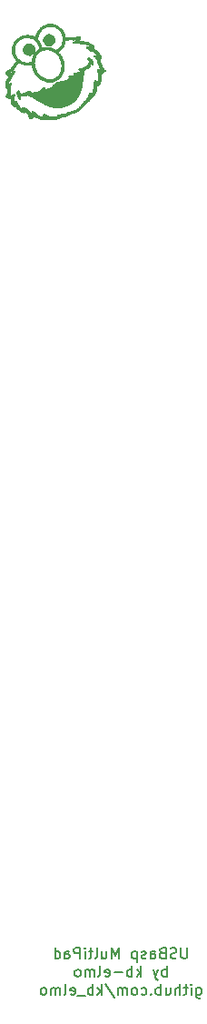
<source format=gbr>
%TF.GenerationSoftware,KiCad,Pcbnew,(5.1.9)-1*%
%TF.CreationDate,2021-05-05T00:19:16+02:00*%
%TF.ProjectId,flashpad,666c6173-6870-4616-942e-6b696361645f,rev?*%
%TF.SameCoordinates,Original*%
%TF.FileFunction,Legend,Bot*%
%TF.FilePolarity,Positive*%
%FSLAX46Y46*%
G04 Gerber Fmt 4.6, Leading zero omitted, Abs format (unit mm)*
G04 Created by KiCad (PCBNEW (5.1.9)-1) date 2021-05-05 00:19:16*
%MOMM*%
%LPD*%
G01*
G04 APERTURE LIST*
%ADD10C,0.200000*%
%ADD11C,0.010000*%
G04 APERTURE END LIST*
D10*
X114929466Y-144919980D02*
X114929466Y-145729504D01*
X114881847Y-145824742D01*
X114834228Y-145872361D01*
X114738990Y-145919980D01*
X114548514Y-145919980D01*
X114453276Y-145872361D01*
X114405657Y-145824742D01*
X114358038Y-145729504D01*
X114358038Y-144919980D01*
X113929466Y-145872361D02*
X113786609Y-145919980D01*
X113548514Y-145919980D01*
X113453276Y-145872361D01*
X113405657Y-145824742D01*
X113358038Y-145729504D01*
X113358038Y-145634266D01*
X113405657Y-145539028D01*
X113453276Y-145491409D01*
X113548514Y-145443790D01*
X113738990Y-145396171D01*
X113834228Y-145348552D01*
X113881847Y-145300933D01*
X113929466Y-145205695D01*
X113929466Y-145110457D01*
X113881847Y-145015219D01*
X113834228Y-144967600D01*
X113738990Y-144919980D01*
X113500895Y-144919980D01*
X113358038Y-144967600D01*
X112596133Y-145396171D02*
X112453276Y-145443790D01*
X112405657Y-145491409D01*
X112358038Y-145586647D01*
X112358038Y-145729504D01*
X112405657Y-145824742D01*
X112453276Y-145872361D01*
X112548514Y-145919980D01*
X112929466Y-145919980D01*
X112929466Y-144919980D01*
X112596133Y-144919980D01*
X112500895Y-144967600D01*
X112453276Y-145015219D01*
X112405657Y-145110457D01*
X112405657Y-145205695D01*
X112453276Y-145300933D01*
X112500895Y-145348552D01*
X112596133Y-145396171D01*
X112929466Y-145396171D01*
X111500895Y-145919980D02*
X111500895Y-145396171D01*
X111548514Y-145300933D01*
X111643752Y-145253314D01*
X111834228Y-145253314D01*
X111929466Y-145300933D01*
X111500895Y-145872361D02*
X111596133Y-145919980D01*
X111834228Y-145919980D01*
X111929466Y-145872361D01*
X111977085Y-145777123D01*
X111977085Y-145681885D01*
X111929466Y-145586647D01*
X111834228Y-145539028D01*
X111596133Y-145539028D01*
X111500895Y-145491409D01*
X111072323Y-145872361D02*
X110977085Y-145919980D01*
X110786609Y-145919980D01*
X110691371Y-145872361D01*
X110643752Y-145777123D01*
X110643752Y-145729504D01*
X110691371Y-145634266D01*
X110786609Y-145586647D01*
X110929466Y-145586647D01*
X111024704Y-145539028D01*
X111072323Y-145443790D01*
X111072323Y-145396171D01*
X111024704Y-145300933D01*
X110929466Y-145253314D01*
X110786609Y-145253314D01*
X110691371Y-145300933D01*
X110215180Y-145253314D02*
X110215180Y-146253314D01*
X110215180Y-145300933D02*
X110119942Y-145253314D01*
X109929466Y-145253314D01*
X109834228Y-145300933D01*
X109786609Y-145348552D01*
X109738990Y-145443790D01*
X109738990Y-145729504D01*
X109786609Y-145824742D01*
X109834228Y-145872361D01*
X109929466Y-145919980D01*
X110119942Y-145919980D01*
X110215180Y-145872361D01*
X108548514Y-145919980D02*
X108548514Y-144919980D01*
X108215180Y-145634266D01*
X107881847Y-144919980D01*
X107881847Y-145919980D01*
X106977085Y-145253314D02*
X106977085Y-145919980D01*
X107405657Y-145253314D02*
X107405657Y-145777123D01*
X107358038Y-145872361D01*
X107262800Y-145919980D01*
X107119942Y-145919980D01*
X107024704Y-145872361D01*
X106977085Y-145824742D01*
X106358038Y-145919980D02*
X106453276Y-145872361D01*
X106500895Y-145777123D01*
X106500895Y-144919980D01*
X106119942Y-145253314D02*
X105738990Y-145253314D01*
X105977085Y-144919980D02*
X105977085Y-145777123D01*
X105929466Y-145872361D01*
X105834228Y-145919980D01*
X105738990Y-145919980D01*
X105405657Y-145919980D02*
X105405657Y-145253314D01*
X105405657Y-144919980D02*
X105453276Y-144967600D01*
X105405657Y-145015219D01*
X105358038Y-144967600D01*
X105405657Y-144919980D01*
X105405657Y-145015219D01*
X104929466Y-145919980D02*
X104929466Y-144919980D01*
X104548514Y-144919980D01*
X104453276Y-144967600D01*
X104405657Y-145015219D01*
X104358038Y-145110457D01*
X104358038Y-145253314D01*
X104405657Y-145348552D01*
X104453276Y-145396171D01*
X104548514Y-145443790D01*
X104929466Y-145443790D01*
X103500895Y-145919980D02*
X103500895Y-145396171D01*
X103548514Y-145300933D01*
X103643752Y-145253314D01*
X103834228Y-145253314D01*
X103929466Y-145300933D01*
X103500895Y-145872361D02*
X103596133Y-145919980D01*
X103834228Y-145919980D01*
X103929466Y-145872361D01*
X103977085Y-145777123D01*
X103977085Y-145681885D01*
X103929466Y-145586647D01*
X103834228Y-145539028D01*
X103596133Y-145539028D01*
X103500895Y-145491409D01*
X102596133Y-145919980D02*
X102596133Y-144919980D01*
X102596133Y-145872361D02*
X102691371Y-145919980D01*
X102881847Y-145919980D01*
X102977085Y-145872361D01*
X103024704Y-145824742D01*
X103072323Y-145729504D01*
X103072323Y-145443790D01*
X103024704Y-145348552D01*
X102977085Y-145300933D01*
X102881847Y-145253314D01*
X102691371Y-145253314D01*
X102596133Y-145300933D01*
X113024704Y-147619980D02*
X113024704Y-146619980D01*
X113024704Y-147000933D02*
X112929466Y-146953314D01*
X112738990Y-146953314D01*
X112643752Y-147000933D01*
X112596133Y-147048552D01*
X112548514Y-147143790D01*
X112548514Y-147429504D01*
X112596133Y-147524742D01*
X112643752Y-147572361D01*
X112738990Y-147619980D01*
X112929466Y-147619980D01*
X113024704Y-147572361D01*
X112215180Y-146953314D02*
X111977085Y-147619980D01*
X111738990Y-146953314D02*
X111977085Y-147619980D01*
X112072323Y-147858076D01*
X112119942Y-147905695D01*
X112215180Y-147953314D01*
X110596133Y-147619980D02*
X110596133Y-146619980D01*
X110500895Y-147239028D02*
X110215180Y-147619980D01*
X110215180Y-146953314D02*
X110596133Y-147334266D01*
X109786609Y-147619980D02*
X109786609Y-146619980D01*
X109786609Y-147000933D02*
X109691371Y-146953314D01*
X109500895Y-146953314D01*
X109405657Y-147000933D01*
X109358038Y-147048552D01*
X109310419Y-147143790D01*
X109310419Y-147429504D01*
X109358038Y-147524742D01*
X109405657Y-147572361D01*
X109500895Y-147619980D01*
X109691371Y-147619980D01*
X109786609Y-147572361D01*
X108881847Y-147239028D02*
X108119942Y-147239028D01*
X107262800Y-147572361D02*
X107358038Y-147619980D01*
X107548514Y-147619980D01*
X107643752Y-147572361D01*
X107691371Y-147477123D01*
X107691371Y-147096171D01*
X107643752Y-147000933D01*
X107548514Y-146953314D01*
X107358038Y-146953314D01*
X107262800Y-147000933D01*
X107215180Y-147096171D01*
X107215180Y-147191409D01*
X107691371Y-147286647D01*
X106643752Y-147619980D02*
X106738990Y-147572361D01*
X106786609Y-147477123D01*
X106786609Y-146619980D01*
X106262800Y-147619980D02*
X106262800Y-146953314D01*
X106262800Y-147048552D02*
X106215180Y-147000933D01*
X106119942Y-146953314D01*
X105977085Y-146953314D01*
X105881847Y-147000933D01*
X105834228Y-147096171D01*
X105834228Y-147619980D01*
X105834228Y-147096171D02*
X105786609Y-147000933D01*
X105691371Y-146953314D01*
X105548514Y-146953314D01*
X105453276Y-147000933D01*
X105405657Y-147096171D01*
X105405657Y-147619980D01*
X104786609Y-147619980D02*
X104881847Y-147572361D01*
X104929466Y-147524742D01*
X104977085Y-147429504D01*
X104977085Y-147143790D01*
X104929466Y-147048552D01*
X104881847Y-147000933D01*
X104786609Y-146953314D01*
X104643752Y-146953314D01*
X104548514Y-147000933D01*
X104500895Y-147048552D01*
X104453276Y-147143790D01*
X104453276Y-147429504D01*
X104500895Y-147524742D01*
X104548514Y-147572361D01*
X104643752Y-147619980D01*
X104786609Y-147619980D01*
X115786609Y-148653314D02*
X115786609Y-149462838D01*
X115834228Y-149558076D01*
X115881847Y-149605695D01*
X115977085Y-149653314D01*
X116119942Y-149653314D01*
X116215180Y-149605695D01*
X115786609Y-149272361D02*
X115881847Y-149319980D01*
X116072323Y-149319980D01*
X116167561Y-149272361D01*
X116215180Y-149224742D01*
X116262800Y-149129504D01*
X116262800Y-148843790D01*
X116215180Y-148748552D01*
X116167561Y-148700933D01*
X116072323Y-148653314D01*
X115881847Y-148653314D01*
X115786609Y-148700933D01*
X115310419Y-149319980D02*
X115310419Y-148653314D01*
X115310419Y-148319980D02*
X115358038Y-148367600D01*
X115310419Y-148415219D01*
X115262800Y-148367600D01*
X115310419Y-148319980D01*
X115310419Y-148415219D01*
X114977085Y-148653314D02*
X114596133Y-148653314D01*
X114834228Y-148319980D02*
X114834228Y-149177123D01*
X114786609Y-149272361D01*
X114691371Y-149319980D01*
X114596133Y-149319980D01*
X114262800Y-149319980D02*
X114262800Y-148319980D01*
X113834228Y-149319980D02*
X113834228Y-148796171D01*
X113881847Y-148700933D01*
X113977085Y-148653314D01*
X114119942Y-148653314D01*
X114215180Y-148700933D01*
X114262800Y-148748552D01*
X112929466Y-148653314D02*
X112929466Y-149319980D01*
X113358038Y-148653314D02*
X113358038Y-149177123D01*
X113310419Y-149272361D01*
X113215180Y-149319980D01*
X113072323Y-149319980D01*
X112977085Y-149272361D01*
X112929466Y-149224742D01*
X112453276Y-149319980D02*
X112453276Y-148319980D01*
X112453276Y-148700933D02*
X112358038Y-148653314D01*
X112167561Y-148653314D01*
X112072323Y-148700933D01*
X112024704Y-148748552D01*
X111977085Y-148843790D01*
X111977085Y-149129504D01*
X112024704Y-149224742D01*
X112072323Y-149272361D01*
X112167561Y-149319980D01*
X112358038Y-149319980D01*
X112453276Y-149272361D01*
X111548514Y-149224742D02*
X111500895Y-149272361D01*
X111548514Y-149319980D01*
X111596133Y-149272361D01*
X111548514Y-149224742D01*
X111548514Y-149319980D01*
X110643752Y-149272361D02*
X110738990Y-149319980D01*
X110929466Y-149319980D01*
X111024704Y-149272361D01*
X111072323Y-149224742D01*
X111119942Y-149129504D01*
X111119942Y-148843790D01*
X111072323Y-148748552D01*
X111024704Y-148700933D01*
X110929466Y-148653314D01*
X110738990Y-148653314D01*
X110643752Y-148700933D01*
X110072323Y-149319980D02*
X110167561Y-149272361D01*
X110215180Y-149224742D01*
X110262800Y-149129504D01*
X110262800Y-148843790D01*
X110215180Y-148748552D01*
X110167561Y-148700933D01*
X110072323Y-148653314D01*
X109929466Y-148653314D01*
X109834228Y-148700933D01*
X109786609Y-148748552D01*
X109738990Y-148843790D01*
X109738990Y-149129504D01*
X109786609Y-149224742D01*
X109834228Y-149272361D01*
X109929466Y-149319980D01*
X110072323Y-149319980D01*
X109310419Y-149319980D02*
X109310419Y-148653314D01*
X109310419Y-148748552D02*
X109262800Y-148700933D01*
X109167561Y-148653314D01*
X109024704Y-148653314D01*
X108929466Y-148700933D01*
X108881847Y-148796171D01*
X108881847Y-149319980D01*
X108881847Y-148796171D02*
X108834228Y-148700933D01*
X108738990Y-148653314D01*
X108596133Y-148653314D01*
X108500895Y-148700933D01*
X108453276Y-148796171D01*
X108453276Y-149319980D01*
X107262800Y-148272361D02*
X108119942Y-149558076D01*
X106929466Y-149319980D02*
X106929466Y-148319980D01*
X106834228Y-148939028D02*
X106548514Y-149319980D01*
X106548514Y-148653314D02*
X106929466Y-149034266D01*
X106119942Y-149319980D02*
X106119942Y-148319980D01*
X106119942Y-148700933D02*
X106024704Y-148653314D01*
X105834228Y-148653314D01*
X105738990Y-148700933D01*
X105691371Y-148748552D01*
X105643752Y-148843790D01*
X105643752Y-149129504D01*
X105691371Y-149224742D01*
X105738990Y-149272361D01*
X105834228Y-149319980D01*
X106024704Y-149319980D01*
X106119942Y-149272361D01*
X105453276Y-149415219D02*
X104691371Y-149415219D01*
X104072323Y-149272361D02*
X104167561Y-149319980D01*
X104358038Y-149319980D01*
X104453276Y-149272361D01*
X104500895Y-149177123D01*
X104500895Y-148796171D01*
X104453276Y-148700933D01*
X104358038Y-148653314D01*
X104167561Y-148653314D01*
X104072323Y-148700933D01*
X104024704Y-148796171D01*
X104024704Y-148891409D01*
X104500895Y-148986647D01*
X103453276Y-149319980D02*
X103548514Y-149272361D01*
X103596133Y-149177123D01*
X103596133Y-148319980D01*
X103072323Y-149319980D02*
X103072323Y-148653314D01*
X103072323Y-148748552D02*
X103024704Y-148700933D01*
X102929466Y-148653314D01*
X102786609Y-148653314D01*
X102691371Y-148700933D01*
X102643752Y-148796171D01*
X102643752Y-149319980D01*
X102643752Y-148796171D02*
X102596133Y-148700933D01*
X102500895Y-148653314D01*
X102358038Y-148653314D01*
X102262800Y-148700933D01*
X102215180Y-148796171D01*
X102215180Y-149319980D01*
X101596133Y-149319980D02*
X101691371Y-149272361D01*
X101738990Y-149224742D01*
X101786609Y-149129504D01*
X101786609Y-148843790D01*
X101738990Y-148748552D01*
X101691371Y-148700933D01*
X101596133Y-148653314D01*
X101453276Y-148653314D01*
X101358038Y-148700933D01*
X101310419Y-148748552D01*
X101262800Y-148843790D01*
X101262800Y-149129504D01*
X101310419Y-149224742D01*
X101358038Y-149272361D01*
X101453276Y-149319980D01*
X101596133Y-149319980D01*
D11*
%TO.C,G\u002A\u002A\u002A*%
G36*
X98833215Y-60515958D02*
G01*
X98768908Y-60617170D01*
X98767044Y-60620833D01*
X98734856Y-60687176D01*
X98705017Y-60752745D01*
X98686441Y-60797214D01*
X98664522Y-60850511D01*
X98643256Y-60896651D01*
X98638805Y-60905236D01*
X98624378Y-60939508D01*
X98612868Y-60986699D01*
X98602928Y-61053902D01*
X98593707Y-61142784D01*
X98587409Y-61201262D01*
X98580417Y-61252325D01*
X98577999Y-61266255D01*
X98575737Y-61305300D01*
X98577719Y-61367360D01*
X98583083Y-61441966D01*
X98590967Y-61518656D01*
X98600508Y-61586960D01*
X98607378Y-61622737D01*
X98661015Y-61797198D01*
X98739844Y-61970138D01*
X98837912Y-62129670D01*
X98903764Y-62214309D01*
X98949495Y-62267631D01*
X98976581Y-62305086D01*
X98984738Y-62335384D01*
X98973687Y-62367242D01*
X98943144Y-62409371D01*
X98895577Y-62467138D01*
X98840001Y-62536599D01*
X98777041Y-62618210D01*
X98712498Y-62704155D01*
X98652174Y-62786617D01*
X98601870Y-62857779D01*
X98569136Y-62907012D01*
X98485146Y-63013707D01*
X98372879Y-63113189D01*
X98252029Y-63192561D01*
X98187821Y-63229463D01*
X98128371Y-63264305D01*
X98085224Y-63290310D01*
X98080997Y-63292951D01*
X98036047Y-63320277D01*
X97997899Y-63341935D01*
X97996629Y-63342606D01*
X97973912Y-63365986D01*
X97964449Y-63410004D01*
X97963693Y-63435394D01*
X97969327Y-63492439D01*
X97991182Y-63537468D01*
X98017551Y-63568959D01*
X98090246Y-63642386D01*
X98149953Y-63690820D01*
X98201686Y-63717956D01*
X98229903Y-63725373D01*
X98266960Y-63732865D01*
X98283524Y-63738742D01*
X98283534Y-63739317D01*
X98274288Y-63754954D01*
X98252155Y-63793291D01*
X98221011Y-63847597D01*
X98201977Y-63880904D01*
X98159392Y-63955342D01*
X98115749Y-64031365D01*
X98078873Y-64095346D01*
X98070930Y-64109068D01*
X98042241Y-64162797D01*
X98021812Y-64209027D01*
X98014995Y-64232739D01*
X98005980Y-64269995D01*
X97988203Y-64317644D01*
X97985740Y-64323219D01*
X97957536Y-64407586D01*
X97941335Y-64503392D01*
X97936630Y-64603396D01*
X97942913Y-64700359D01*
X97959678Y-64787038D01*
X97986414Y-64856192D01*
X98022615Y-64900581D01*
X98026415Y-64903175D01*
X98067962Y-64922393D01*
X98100957Y-64927818D01*
X98132475Y-64930118D01*
X98142500Y-64934978D01*
X98146393Y-64955054D01*
X98149114Y-65001579D01*
X98150370Y-65067148D01*
X98150127Y-65128198D01*
X98148018Y-65213021D01*
X98142668Y-65275186D01*
X98131521Y-65325899D01*
X98112020Y-65376362D01*
X98081609Y-65437780D01*
X98077824Y-65445041D01*
X98042049Y-65520725D01*
X98018217Y-65586117D01*
X98009509Y-65632407D01*
X98009531Y-65634181D01*
X98027128Y-65695396D01*
X98072056Y-65748643D01*
X98137787Y-65786628D01*
X98149752Y-65790788D01*
X98211288Y-65806058D01*
X98286939Y-65818923D01*
X98362820Y-65827556D01*
X98425042Y-65830137D01*
X98442059Y-65829167D01*
X98464405Y-65827991D01*
X98478017Y-65834582D01*
X98485114Y-65855467D01*
X98487915Y-65897171D01*
X98488638Y-65966177D01*
X98498927Y-66111799D01*
X98526718Y-66254065D01*
X98569563Y-66384686D01*
X98625013Y-66495376D01*
X98659351Y-66543965D01*
X98716313Y-66599417D01*
X98772391Y-66622129D01*
X98830738Y-66612982D01*
X98857286Y-66599491D01*
X98895987Y-66579700D01*
X98918236Y-66580632D01*
X98931527Y-66597092D01*
X98984649Y-66689948D01*
X99029954Y-66760871D01*
X99073716Y-66818725D01*
X99122202Y-66872375D01*
X99136411Y-66886785D01*
X99223540Y-66962649D01*
X99316131Y-67023838D01*
X99405034Y-67064783D01*
X99448344Y-67076528D01*
X99492429Y-67087987D01*
X99552439Y-67107481D01*
X99597547Y-67124005D01*
X99656859Y-67144312D01*
X99699672Y-67148151D01*
X99739248Y-67133412D01*
X99788846Y-67097983D01*
X99795837Y-67092452D01*
X99814339Y-67080615D01*
X99832735Y-67080664D01*
X99858269Y-67095936D01*
X99898189Y-67129768D01*
X99920433Y-67149810D01*
X99986728Y-67219186D01*
X100042241Y-67294908D01*
X100081438Y-67368249D01*
X100098779Y-67430490D01*
X100098804Y-67430794D01*
X100109148Y-67490068D01*
X100128764Y-67556682D01*
X100153235Y-67618391D01*
X100178148Y-67662950D01*
X100185703Y-67671794D01*
X100239092Y-67701785D01*
X100306902Y-67707910D01*
X100381631Y-67692114D01*
X100455778Y-67656349D01*
X100521844Y-67602560D01*
X100542168Y-67579206D01*
X100574896Y-67536845D01*
X100599535Y-67503463D01*
X100605695Y-67494402D01*
X100623020Y-67488359D01*
X100657742Y-67502784D01*
X100703810Y-67532234D01*
X100753372Y-67565557D01*
X100794298Y-67591460D01*
X100813464Y-67602186D01*
X100843718Y-67616953D01*
X100888300Y-67639701D01*
X100901031Y-67646328D01*
X101004483Y-67692225D01*
X101127780Y-67734273D01*
X101256905Y-67768434D01*
X101377836Y-67790670D01*
X101417260Y-67795029D01*
X101492575Y-67797458D01*
X101577611Y-67794000D01*
X101662078Y-67785731D01*
X101735688Y-67773726D01*
X101788152Y-67759063D01*
X101796268Y-67755366D01*
X101829616Y-67749450D01*
X101883131Y-67751228D01*
X101933625Y-67758329D01*
X102062886Y-67775703D01*
X102206566Y-67782764D01*
X102359416Y-67780315D01*
X102516190Y-67769164D01*
X102671638Y-67750111D01*
X102820514Y-67723961D01*
X102957569Y-67691520D01*
X103077555Y-67653590D01*
X103175226Y-67610978D01*
X103245332Y-67564485D01*
X103254457Y-67555928D01*
X103294196Y-67532696D01*
X103343231Y-67522728D01*
X103450971Y-67514469D01*
X103561842Y-67494212D01*
X103668568Y-67464397D01*
X103763872Y-67427459D01*
X103840480Y-67385837D01*
X103891118Y-67341966D01*
X103893986Y-67338218D01*
X103929644Y-67300905D01*
X103978063Y-67273547D01*
X104046984Y-67252681D01*
X104114295Y-67239622D01*
X104167555Y-67229497D01*
X104205775Y-67220007D01*
X104218133Y-67214882D01*
X104237941Y-67206510D01*
X104281099Y-67193240D01*
X104334596Y-67178896D01*
X104419862Y-67151144D01*
X104523825Y-67107557D01*
X104637857Y-67052302D01*
X104753332Y-66989548D01*
X104856967Y-66926488D01*
X104940530Y-66863724D01*
X105029835Y-66782233D01*
X105116666Y-66690783D01*
X105192804Y-66598140D01*
X105250033Y-66513072D01*
X105258072Y-66498524D01*
X105285041Y-66450086D01*
X105308071Y-66421781D01*
X105338560Y-66403545D01*
X105385253Y-66386231D01*
X105460357Y-66348211D01*
X105542895Y-66286096D01*
X105625687Y-66206343D01*
X105701552Y-66115407D01*
X105727692Y-66078334D01*
X105772010Y-66009077D01*
X105818445Y-65932062D01*
X105843399Y-65888317D01*
X105873383Y-65835929D01*
X105894055Y-65807309D01*
X105911427Y-65796029D01*
X105930183Y-65795496D01*
X105989277Y-65786158D01*
X106053699Y-65747871D01*
X106120864Y-65684613D01*
X106188188Y-65600365D01*
X106253086Y-65499108D01*
X106312975Y-65384819D01*
X106365268Y-65261479D01*
X106407383Y-65133068D01*
X106433794Y-65019991D01*
X106445104Y-64969101D01*
X106456520Y-64932873D01*
X106461729Y-64923392D01*
X106469682Y-64897812D01*
X106468552Y-64886636D01*
X106465983Y-64851629D01*
X106468342Y-64802548D01*
X106474314Y-64748571D01*
X106482582Y-64698876D01*
X106491829Y-64662643D01*
X106500738Y-64649049D01*
X106502499Y-64649985D01*
X106540790Y-64666309D01*
X106590657Y-64654942D01*
X106646718Y-64617511D01*
X106664388Y-64600996D01*
X106717362Y-64533534D01*
X106769085Y-64441888D01*
X106815317Y-64335608D01*
X106851823Y-64224243D01*
X106871933Y-64133367D01*
X106876945Y-64084920D01*
X106880216Y-64016597D01*
X106881840Y-63935465D01*
X106881906Y-63848595D01*
X106880506Y-63763054D01*
X106877730Y-63685912D01*
X106873671Y-63624239D01*
X106868420Y-63585102D01*
X106864732Y-63575377D01*
X106865307Y-63562330D01*
X106891565Y-63544044D01*
X106946786Y-63518275D01*
X106950412Y-63516732D01*
X107049974Y-63462872D01*
X107151848Y-63386755D01*
X107157362Y-63382004D01*
X107211848Y-63333162D01*
X107245900Y-63294529D01*
X107258826Y-63260023D01*
X107249931Y-63223567D01*
X107218525Y-63179080D01*
X107163911Y-63120482D01*
X107122839Y-63079142D01*
X107063178Y-63018500D01*
X107022599Y-62973480D01*
X106995636Y-62936377D01*
X106976822Y-62899481D01*
X106960692Y-62855086D01*
X106957952Y-62846643D01*
X106937282Y-62782868D01*
X106917837Y-62723696D01*
X106907687Y-62693357D01*
X106892719Y-62646973D01*
X106882365Y-62610916D01*
X106868167Y-62562335D01*
X106846811Y-62499085D01*
X106822350Y-62432149D01*
X106798836Y-62372513D01*
X106780326Y-62331157D01*
X106776634Y-62324422D01*
X106760034Y-62283559D01*
X106756715Y-62255669D01*
X106751280Y-62221176D01*
X106743782Y-62209165D01*
X106731638Y-62181135D01*
X106749774Y-62157843D01*
X106782412Y-62146719D01*
X106837200Y-62124286D01*
X106875443Y-62084236D01*
X106888490Y-62035636D01*
X106888487Y-62035561D01*
X106880471Y-62002868D01*
X106860690Y-61949155D01*
X106832683Y-61883618D01*
X106817209Y-61850353D01*
X106784932Y-61785718D01*
X106753897Y-61732181D01*
X106718128Y-61681434D01*
X106671649Y-61625170D01*
X106608484Y-61555079D01*
X106591995Y-61537236D01*
X106501054Y-61442574D01*
X106421146Y-61367746D01*
X106343698Y-61304968D01*
X106305913Y-61277556D01*
X106247127Y-61235760D01*
X106198191Y-61200024D01*
X106166292Y-61175640D01*
X106158962Y-61169346D01*
X106155892Y-61145453D01*
X106167903Y-61104854D01*
X106176928Y-61085535D01*
X106198334Y-61011489D01*
X106187090Y-60939052D01*
X106144296Y-60872663D01*
X106118288Y-60848548D01*
X106057638Y-60808853D01*
X105888224Y-60978268D01*
X105892415Y-60983726D01*
X105876801Y-61005097D01*
X105834291Y-61019558D01*
X105771375Y-61025854D01*
X105694548Y-61022736D01*
X105691659Y-61022437D01*
X105611591Y-61017665D01*
X105559658Y-61024597D01*
X105531644Y-61044929D01*
X105523332Y-61080356D01*
X105523697Y-61089915D01*
X105539871Y-61147582D01*
X105581603Y-61201228D01*
X105651408Y-61253093D01*
X105751810Y-61305417D01*
X105780401Y-61318145D01*
X105947939Y-61395543D01*
X106090394Y-61472491D01*
X106216084Y-61554135D01*
X106333327Y-61645617D01*
X106388701Y-61694221D01*
X106451819Y-61753105D01*
X106507385Y-61807942D01*
X106549474Y-61852683D01*
X106572158Y-61881282D01*
X106572405Y-61881701D01*
X106597823Y-61925590D01*
X106545998Y-61905572D01*
X106501333Y-61883986D01*
X106469105Y-61861566D01*
X106439144Y-61848101D01*
X106388178Y-61838553D01*
X106345391Y-61835610D01*
X106273861Y-61838225D01*
X106231126Y-61850909D01*
X106216875Y-61875774D01*
X106230799Y-61914930D01*
X106272585Y-61970490D01*
X106318241Y-62020266D01*
X106390005Y-62104663D01*
X106454544Y-62202265D01*
X106513784Y-62317247D01*
X106569648Y-62453781D01*
X106624062Y-62616040D01*
X106675179Y-62794154D01*
X106709768Y-62915042D01*
X106742029Y-63009544D01*
X106775081Y-63084697D01*
X106812047Y-63147542D01*
X106856048Y-63205117D01*
X106858844Y-63208398D01*
X106941332Y-63304740D01*
X106887275Y-63293370D01*
X106843870Y-63277187D01*
X106805198Y-63243604D01*
X106783620Y-63217230D01*
X106728365Y-63159353D01*
X106671560Y-63124528D01*
X106618899Y-63114968D01*
X106576071Y-63132881D01*
X106573252Y-63135554D01*
X106555744Y-63159599D01*
X106548684Y-63191699D01*
X106551325Y-63240748D01*
X106559696Y-63296839D01*
X106588652Y-63500168D01*
X106605604Y-63691502D01*
X106610317Y-63865332D01*
X106602551Y-64016149D01*
X106593678Y-64082613D01*
X106580206Y-64152544D01*
X106564165Y-64221356D01*
X106547942Y-64280086D01*
X106533926Y-64319771D01*
X106527626Y-64330653D01*
X106515854Y-64320723D01*
X106488791Y-64291162D01*
X106455925Y-64252683D01*
X106416877Y-64207702D01*
X106388735Y-64183489D01*
X106361688Y-64174021D01*
X106326495Y-64173254D01*
X106265070Y-64175492D01*
X106238441Y-64261309D01*
X106224249Y-64325408D01*
X106214636Y-64404009D01*
X106211930Y-64464960D01*
X106210010Y-64553619D01*
X106204622Y-64651320D01*
X106196577Y-64749685D01*
X106186685Y-64840336D01*
X106175752Y-64914894D01*
X106164590Y-64964981D01*
X106163266Y-64968966D01*
X106148294Y-65021801D01*
X106135565Y-65083390D01*
X106133855Y-65094216D01*
X106124959Y-65140991D01*
X106115381Y-65172090D01*
X106112413Y-65176919D01*
X106099817Y-65199002D01*
X106083504Y-65238473D01*
X106081732Y-65243362D01*
X106060912Y-65291794D01*
X106031092Y-65350293D01*
X106016694Y-65375763D01*
X105971504Y-65452554D01*
X105956830Y-65405851D01*
X105936010Y-65357169D01*
X105905462Y-65331006D01*
X105861739Y-65317853D01*
X105822489Y-65315523D01*
X105795753Y-65334573D01*
X105783194Y-65352424D01*
X105760315Y-65399328D01*
X105741202Y-65456615D01*
X105738860Y-65466236D01*
X105723609Y-65520770D01*
X105705864Y-65567425D01*
X105702509Y-65574204D01*
X105683653Y-65614241D01*
X105660996Y-65668308D01*
X105652949Y-65688933D01*
X105632130Y-65731290D01*
X105596194Y-65792666D01*
X105550449Y-65865069D01*
X105500207Y-65940506D01*
X105450779Y-66010986D01*
X105407476Y-66068519D01*
X105377866Y-66102886D01*
X105343595Y-66117131D01*
X105322191Y-66110824D01*
X105288898Y-66105155D01*
X105271237Y-66113885D01*
X105254529Y-66134325D01*
X105224305Y-66174534D01*
X105185081Y-66228172D01*
X105141379Y-66288903D01*
X105097713Y-66350389D01*
X105058604Y-66406291D01*
X105028567Y-66450273D01*
X105012122Y-66475995D01*
X105010354Y-66479854D01*
X104998669Y-66494362D01*
X104967168Y-66526543D01*
X104921183Y-66571388D01*
X104866044Y-66623888D01*
X104807084Y-66679033D01*
X104749632Y-66731810D01*
X104699020Y-66777212D01*
X104660580Y-66810228D01*
X104648898Y-66819538D01*
X104573396Y-66867842D01*
X104473159Y-66918887D01*
X104356689Y-66969527D01*
X104232486Y-67016614D01*
X104109050Y-67056999D01*
X103994881Y-67087535D01*
X103898482Y-67105075D01*
X103871223Y-67107520D01*
X103802707Y-67116279D01*
X103732663Y-67132966D01*
X103672574Y-67154187D01*
X103633921Y-67176549D01*
X103632219Y-67178167D01*
X103612436Y-67212366D01*
X103611192Y-67238027D01*
X103611948Y-67255357D01*
X103598051Y-67268155D01*
X103562880Y-67280044D01*
X103512885Y-67291791D01*
X103453947Y-67300809D01*
X103371904Y-67308116D01*
X103277500Y-67312981D01*
X103181482Y-67314664D01*
X103179124Y-67314659D01*
X103036391Y-67317123D01*
X102923257Y-67325262D01*
X102840772Y-67338924D01*
X102789981Y-67357952D01*
X102773794Y-67374498D01*
X102776659Y-67404002D01*
X102800034Y-67436616D01*
X102833725Y-67461163D01*
X102858684Y-67467565D01*
X102883066Y-67474328D01*
X102887022Y-67481313D01*
X102871230Y-67494473D01*
X102828352Y-67508045D01*
X102765134Y-67520946D01*
X102688325Y-67532093D01*
X102604673Y-67540402D01*
X102520924Y-67544791D01*
X102488983Y-67545207D01*
X102404481Y-67543903D01*
X102319047Y-67540389D01*
X102239893Y-67535216D01*
X102174235Y-67528936D01*
X102129284Y-67522101D01*
X102112911Y-67516444D01*
X102094519Y-67510370D01*
X102052740Y-67500520D01*
X102008993Y-67491493D01*
X101928067Y-67467993D01*
X101832994Y-67428542D01*
X101735758Y-67378734D01*
X101648337Y-67324166D01*
X101643521Y-67320761D01*
X101591790Y-67296327D01*
X101536190Y-67286770D01*
X101534593Y-67286806D01*
X101492203Y-67294413D01*
X101470446Y-67316917D01*
X101468073Y-67358817D01*
X101483840Y-67424609D01*
X101490576Y-67445636D01*
X101520571Y-67536239D01*
X101465151Y-67539948D01*
X101342537Y-67533868D01*
X101210483Y-67499425D01*
X101067799Y-67436074D01*
X100913298Y-67343268D01*
X100745790Y-67220461D01*
X100713758Y-67194797D01*
X100647710Y-67143356D01*
X100585273Y-67098471D01*
X100534400Y-67065657D01*
X100507633Y-67051900D01*
X100453565Y-67043845D01*
X100414607Y-67065394D01*
X100391984Y-67115254D01*
X100386520Y-67178995D01*
X100384592Y-67244841D01*
X100377827Y-67310044D01*
X100367725Y-67366048D01*
X100355785Y-67404298D01*
X100344926Y-67416476D01*
X100331140Y-67401963D01*
X100320580Y-67370570D01*
X100309158Y-67332116D01*
X100288300Y-67274981D01*
X100262467Y-67211363D01*
X100261811Y-67209832D01*
X100243159Y-67167347D01*
X100225660Y-67132865D01*
X100205044Y-67101230D01*
X100177035Y-67067288D01*
X100137359Y-67025884D01*
X100081744Y-66971861D01*
X100005913Y-66900066D01*
X100001677Y-66896071D01*
X99895849Y-66799005D01*
X99809103Y-66726249D01*
X99738560Y-66676335D01*
X99681340Y-66647792D01*
X99634563Y-66639150D01*
X99595351Y-66648940D01*
X99563857Y-66672584D01*
X99542646Y-66702779D01*
X99543344Y-66737626D01*
X99553578Y-66766679D01*
X99566859Y-66807476D01*
X99569049Y-66833742D01*
X99567618Y-66836454D01*
X99549611Y-66832384D01*
X99512413Y-66810624D01*
X99462289Y-66775822D01*
X99405509Y-66732621D01*
X99348341Y-66685667D01*
X99297051Y-66639602D01*
X99281643Y-66624544D01*
X99213913Y-66543960D01*
X99145734Y-66440740D01*
X99083424Y-66325434D01*
X99034676Y-66212310D01*
X99003188Y-66134413D01*
X98976064Y-66085257D01*
X98949849Y-66060634D01*
X98921090Y-66056336D01*
X98908980Y-66059094D01*
X98878847Y-66070883D01*
X98860603Y-66088970D01*
X98851167Y-66121136D01*
X98847458Y-66175161D01*
X98846751Y-66216271D01*
X98842466Y-66293211D01*
X98832045Y-66343554D01*
X98816313Y-66364817D01*
X98799523Y-66358317D01*
X98785358Y-66327031D01*
X98773983Y-66268508D01*
X98765605Y-66189282D01*
X98760430Y-66095883D01*
X98758664Y-65994844D01*
X98760518Y-65892696D01*
X98766194Y-65795971D01*
X98775901Y-65711202D01*
X98778528Y-65695209D01*
X98793202Y-65596427D01*
X98797173Y-65525089D01*
X98790342Y-65476479D01*
X98773222Y-65446497D01*
X98748034Y-65433647D01*
X98712997Y-65440913D01*
X98663699Y-65470094D01*
X98605564Y-65514882D01*
X98528399Y-65567199D01*
X98452077Y-65599515D01*
X98384461Y-65608988D01*
X98357199Y-65604527D01*
X98338822Y-65593626D01*
X98335868Y-65571090D01*
X98347863Y-65528317D01*
X98352304Y-65515773D01*
X98370623Y-65468177D01*
X98385475Y-65435182D01*
X98390334Y-65427425D01*
X98404393Y-65398195D01*
X98417599Y-65345271D01*
X98428478Y-65278818D01*
X98435555Y-65209004D01*
X98437355Y-65145995D01*
X98435412Y-65116677D01*
X98427277Y-65025340D01*
X98423431Y-64926002D01*
X98423731Y-64827700D01*
X98428030Y-64739470D01*
X98436186Y-64670349D01*
X98443011Y-64641371D01*
X98466511Y-64553199D01*
X98476295Y-64478592D01*
X98472832Y-64421705D01*
X98456590Y-64386694D01*
X98428040Y-64377716D01*
X98413793Y-64382113D01*
X98388802Y-64404295D01*
X98353145Y-64450327D01*
X98311238Y-64513734D01*
X98267498Y-64588041D01*
X98245460Y-64628908D01*
X98222297Y-64670091D01*
X98205046Y-64695035D01*
X98200621Y-64698453D01*
X98196668Y-64683188D01*
X98195558Y-64643897D01*
X98196682Y-64607658D01*
X98208740Y-64524274D01*
X98235248Y-64423179D01*
X98272491Y-64315251D01*
X98316757Y-64211364D01*
X98359805Y-64129853D01*
X98392168Y-64073438D01*
X98417875Y-64024418D01*
X98431126Y-63994014D01*
X98437759Y-63977508D01*
X98450565Y-63953660D01*
X98471597Y-63919373D01*
X98502902Y-63871552D01*
X98546533Y-63807100D01*
X98604539Y-63722922D01*
X98678970Y-63615921D01*
X98727545Y-63546372D01*
X98776993Y-63474164D01*
X98818514Y-63410718D01*
X98848565Y-63361664D01*
X98863602Y-63332636D01*
X98864665Y-63328398D01*
X98852471Y-63302659D01*
X98827344Y-63277097D01*
X98788278Y-63261838D01*
X98739470Y-63272024D01*
X98678574Y-63308771D01*
X98603247Y-63373195D01*
X98581613Y-63394022D01*
X98531984Y-63439844D01*
X98487398Y-63476041D01*
X98456379Y-63495777D01*
X98453206Y-63496962D01*
X98420155Y-63499094D01*
X98372020Y-63494490D01*
X98323291Y-63485440D01*
X98288456Y-63474232D01*
X98281905Y-63469912D01*
X98291738Y-63459378D01*
X98323886Y-63439428D01*
X98350759Y-63425016D01*
X98410913Y-63386094D01*
X98483401Y-63326965D01*
X98560867Y-63254972D01*
X98635952Y-63177462D01*
X98701300Y-63101779D01*
X98749552Y-63035269D01*
X98761185Y-63015244D01*
X98816671Y-62923617D01*
X98894835Y-62814489D01*
X98992446Y-62692162D01*
X99082185Y-62587889D01*
X99191938Y-62464156D01*
X99223231Y-62495449D01*
X99276162Y-62533970D01*
X99355470Y-62573457D01*
X99453820Y-62611684D01*
X99563870Y-62646427D01*
X99678284Y-62675458D01*
X99789724Y-62696551D01*
X99890851Y-62707481D01*
X99925658Y-62708508D01*
X100023631Y-62705298D01*
X100126839Y-62696305D01*
X100223341Y-62682949D01*
X100301196Y-62666653D01*
X100317624Y-62661883D01*
X100364394Y-62649133D01*
X100396203Y-62644293D01*
X100403149Y-62645631D01*
X100409296Y-62666050D01*
X100415293Y-62708102D01*
X100417393Y-62730744D01*
X100422615Y-62778726D01*
X100428821Y-62810707D01*
X100431376Y-62816570D01*
X100439099Y-62837262D01*
X100449340Y-62879112D01*
X100453811Y-62901098D01*
X100487446Y-63028144D01*
X100540962Y-63170336D01*
X100610219Y-63318942D01*
X100691080Y-63465231D01*
X100779407Y-63600470D01*
X100796147Y-63623462D01*
X100935917Y-63786507D01*
X101098868Y-63932618D01*
X101279436Y-64058309D01*
X101472054Y-64160098D01*
X101671157Y-64234500D01*
X101832566Y-64272165D01*
X101933882Y-64284579D01*
X102044901Y-64290479D01*
X102157860Y-64290212D01*
X102264993Y-64284125D01*
X102358543Y-64272564D01*
X102430743Y-64255878D01*
X102459472Y-64244151D01*
X102502967Y-64227347D01*
X102530489Y-64222059D01*
X102570648Y-64210606D01*
X102630602Y-64182831D01*
X102703235Y-64142970D01*
X102781428Y-64095259D01*
X102858066Y-64043934D01*
X102926031Y-63993232D01*
X102953777Y-63970104D01*
X103065301Y-63858946D01*
X103169025Y-63730160D01*
X103253886Y-63597695D01*
X103264079Y-63578800D01*
X103303175Y-63493233D01*
X103342848Y-63387643D01*
X103378668Y-63275501D01*
X103406200Y-63170277D01*
X103417436Y-63112723D01*
X103432062Y-62965505D01*
X103433260Y-62805420D01*
X103421769Y-62644501D01*
X103398326Y-62494787D01*
X103373728Y-62398328D01*
X103354561Y-62335240D01*
X103339632Y-62283166D01*
X103331721Y-62251863D01*
X103331260Y-62249216D01*
X103321516Y-62219317D01*
X103299366Y-62167473D01*
X103268574Y-62101493D01*
X103232904Y-62029190D01*
X103196119Y-61958374D01*
X103161983Y-61896859D01*
X103159107Y-61891940D01*
X103125262Y-61841453D01*
X103075482Y-61775939D01*
X103017202Y-61704884D01*
X102972354Y-61653627D01*
X102910479Y-61582840D01*
X102869976Y-61531280D01*
X102865100Y-61522926D01*
X102698831Y-61689195D01*
X102787819Y-61781212D01*
X102869365Y-61876747D01*
X102935331Y-61967201D01*
X102953136Y-61995905D01*
X102997038Y-62074693D01*
X103037549Y-62154277D01*
X103071152Y-62227068D01*
X103094336Y-62285478D01*
X103103498Y-62320619D01*
X103112978Y-62356757D01*
X103122034Y-62371098D01*
X103136741Y-62399193D01*
X103152953Y-62450516D01*
X103167877Y-62514703D01*
X103178725Y-62581390D01*
X103178794Y-62581954D01*
X103185113Y-62634560D01*
X103192715Y-62698571D01*
X103195200Y-62719659D01*
X103202786Y-62910975D01*
X103182014Y-63101174D01*
X103134640Y-63284785D01*
X103062415Y-63456336D01*
X102967093Y-63610356D01*
X102875548Y-63717110D01*
X102811809Y-63777370D01*
X102741537Y-63838013D01*
X102678315Y-63887400D01*
X102669171Y-63893892D01*
X102535100Y-63968957D01*
X102380382Y-64024577D01*
X102213276Y-64058955D01*
X102042037Y-64070299D01*
X101901323Y-64060750D01*
X101771016Y-64031744D01*
X101625884Y-63979203D01*
X101472492Y-63905850D01*
X101337090Y-63827001D01*
X101262633Y-63772363D01*
X101179089Y-63698855D01*
X101093349Y-63613798D01*
X101012313Y-63524515D01*
X100942877Y-63438325D01*
X100891936Y-63362551D01*
X100881502Y-63343362D01*
X100851295Y-63286916D01*
X100823483Y-63240552D01*
X100805115Y-63215538D01*
X100783547Y-63180202D01*
X100773148Y-63146580D01*
X100760640Y-63102287D01*
X100739525Y-63048597D01*
X100733923Y-63036458D01*
X100693799Y-62926391D01*
X100665612Y-62794227D01*
X100649358Y-62647941D01*
X100645029Y-62495507D01*
X100652622Y-62344904D01*
X100672127Y-62204109D01*
X100703541Y-62081095D01*
X100734717Y-62005682D01*
X100761064Y-61949584D01*
X100788261Y-61884631D01*
X100795826Y-61864888D01*
X100827394Y-61806481D01*
X100880415Y-61736476D01*
X100948835Y-61660527D01*
X101026592Y-61584291D01*
X101107631Y-61513420D01*
X101185893Y-61453572D01*
X101255321Y-61410400D01*
X101303630Y-61390851D01*
X101344403Y-61378349D01*
X101357775Y-61373154D01*
X101467819Y-61332352D01*
X101574180Y-61307569D01*
X101690804Y-61296162D01*
X101771907Y-61294639D01*
X101857277Y-61296750D01*
X101937078Y-61302051D01*
X102001134Y-61309684D01*
X102033624Y-61316706D01*
X102093900Y-61335645D01*
X102152631Y-61353676D01*
X102159183Y-61355648D01*
X102222765Y-61380179D01*
X102306451Y-61420563D01*
X102402819Y-61472919D01*
X102504449Y-61533368D01*
X102531081Y-61550099D01*
X102610539Y-61609292D01*
X102698831Y-61689195D01*
X102865100Y-61522926D01*
X102852061Y-61500577D01*
X102852356Y-61493094D01*
X102871405Y-61477841D01*
X102910674Y-61447985D01*
X102963046Y-61408912D01*
X102986551Y-61391552D01*
X103140007Y-61257882D01*
X103270987Y-61100761D01*
X103375840Y-60924889D01*
X103413036Y-60842101D01*
X103466568Y-60693567D01*
X103500394Y-60561072D01*
X103510340Y-60493801D01*
X103520077Y-60395050D01*
X103666724Y-60381704D01*
X103730956Y-60377705D01*
X103820676Y-60374673D01*
X103927517Y-60372759D01*
X104043111Y-60372117D01*
X104155535Y-60372849D01*
X104273129Y-60374057D01*
X104361991Y-60373839D01*
X104427242Y-60371698D01*
X104474001Y-60367136D01*
X104507390Y-60359654D01*
X104532531Y-60348755D01*
X104554377Y-60334069D01*
X104600149Y-60303581D01*
X104625312Y-60296515D01*
X104628111Y-60312359D01*
X104607557Y-60349499D01*
X104564597Y-60396717D01*
X104497928Y-60451029D01*
X104415170Y-60506685D01*
X104347535Y-60545633D01*
X104292546Y-60582334D01*
X104270228Y-60617104D01*
X104279625Y-60652071D01*
X104292985Y-60667508D01*
X104326915Y-60687493D01*
X104379091Y-60694715D01*
X104429794Y-60693096D01*
X104725084Y-60688526D01*
X105026737Y-60715517D01*
X105330477Y-60773480D01*
X105618674Y-60857240D01*
X105683312Y-60881039D01*
X105750052Y-60908491D01*
X105811428Y-60936147D01*
X105859974Y-60960555D01*
X105888224Y-60978268D01*
X106057638Y-60808853D01*
X106057389Y-60808690D01*
X105969104Y-60764277D01*
X105859221Y-60717579D01*
X105733527Y-60670859D01*
X105597807Y-60626387D01*
X105457848Y-60586429D01*
X105432115Y-60579754D01*
X105360768Y-60560939D01*
X105302403Y-60544398D01*
X105264371Y-60532283D01*
X105253755Y-60527559D01*
X105231383Y-60521439D01*
X105211911Y-60521636D01*
X105176131Y-60516304D01*
X105162231Y-60507877D01*
X105138615Y-60498727D01*
X105090112Y-60488813D01*
X105025613Y-60479815D01*
X104998772Y-60476988D01*
X104852128Y-60462912D01*
X104874616Y-60418686D01*
X104904240Y-60336350D01*
X104915131Y-60249457D01*
X104907933Y-60166861D01*
X104883291Y-60097418D01*
X104848143Y-60054580D01*
X104824718Y-60042977D01*
X104791340Y-60040383D01*
X104743049Y-60047664D01*
X104674888Y-60065689D01*
X104581895Y-60095323D01*
X104546191Y-60107363D01*
X104477433Y-60127167D01*
X104400628Y-60141528D01*
X104309622Y-60151057D01*
X104198257Y-60156357D01*
X104060380Y-60158039D01*
X104033172Y-60158007D01*
X103932580Y-60158461D01*
X103831321Y-60160182D01*
X103740466Y-60162904D01*
X103671090Y-60166366D01*
X103664807Y-60166812D01*
X103602047Y-60169862D01*
X103552940Y-60169236D01*
X103526772Y-60165110D01*
X103525337Y-60164140D01*
X103517603Y-60141974D01*
X103509714Y-60096557D01*
X103504284Y-60047298D01*
X103496956Y-59989307D01*
X103486925Y-59944555D01*
X103478188Y-59925412D01*
X103463445Y-59897077D01*
X103453940Y-59858166D01*
X103440684Y-59811627D01*
X103413253Y-59745171D01*
X103375886Y-59667306D01*
X103332824Y-59586537D01*
X103288306Y-59511370D01*
X103259513Y-59468010D01*
X103190632Y-59384233D01*
X103100489Y-59294680D01*
X103088011Y-59284060D01*
X102937017Y-59435053D01*
X103004983Y-59505924D01*
X103068036Y-59575915D01*
X103113066Y-59630754D01*
X103146091Y-59679141D01*
X103173133Y-59729774D01*
X103196685Y-59782917D01*
X103261574Y-59957555D01*
X103302011Y-60117628D01*
X103319156Y-60270732D01*
X103314164Y-60424463D01*
X103305176Y-60494769D01*
X103262083Y-60668070D01*
X103189022Y-60836535D01*
X103089865Y-60994021D01*
X102968486Y-61134382D01*
X102828756Y-61251475D01*
X102827726Y-61252195D01*
X102751663Y-61303488D01*
X102696840Y-61335226D01*
X102658321Y-61349345D01*
X102631169Y-61347778D01*
X102613774Y-61335997D01*
X102583445Y-61313812D01*
X102530513Y-61282537D01*
X102463475Y-61246502D01*
X102390822Y-61210037D01*
X102321049Y-61177467D01*
X102262651Y-61153123D01*
X102238846Y-61144924D01*
X102176526Y-61128705D01*
X102112939Y-61115615D01*
X102111824Y-61115428D01*
X102068067Y-61106380D01*
X102040866Y-61097500D01*
X102038272Y-61095757D01*
X102015723Y-61088470D01*
X101967575Y-61081118D01*
X101902085Y-61074481D01*
X101827508Y-61069336D01*
X101752103Y-61066461D01*
X101723712Y-61066121D01*
X101625697Y-61070114D01*
X101527183Y-61081473D01*
X101440090Y-61098438D01*
X101382536Y-61116533D01*
X101341418Y-61128476D01*
X101322483Y-61117594D01*
X101320467Y-61084399D01*
X101317851Y-61051635D01*
X101312215Y-61040226D01*
X101302685Y-61017506D01*
X101293125Y-60975197D01*
X101291075Y-60962520D01*
X101273505Y-60896189D01*
X101239704Y-60811403D01*
X101193939Y-60716676D01*
X101140473Y-60620517D01*
X101083566Y-60531438D01*
X101056213Y-60493606D01*
X101010703Y-60431312D01*
X100982927Y-60385490D01*
X100968499Y-60346967D01*
X100966347Y-60331067D01*
X100793491Y-60503922D01*
X100914425Y-60655302D01*
X101013802Y-60830159D01*
X101090109Y-61027017D01*
X101118528Y-61130680D01*
X101122423Y-61179382D01*
X101103614Y-61211406D01*
X101100437Y-61214057D01*
X101035085Y-61268810D01*
X100961180Y-61335212D01*
X100884534Y-61407549D01*
X100810955Y-61480105D01*
X100746253Y-61547163D01*
X100696239Y-61603009D01*
X100668660Y-61638844D01*
X100605856Y-61743387D01*
X100550177Y-61850733D01*
X100506873Y-61950176D01*
X100486413Y-62010475D01*
X100470268Y-62067049D01*
X100456204Y-62115321D01*
X100451375Y-62131432D01*
X100436634Y-62191089D01*
X100424010Y-62261636D01*
X100416279Y-62326090D01*
X100415121Y-62353208D01*
X100411123Y-62387645D01*
X100394593Y-62413298D01*
X100359842Y-62434019D01*
X100301179Y-62453661D01*
X100245265Y-62468236D01*
X100050995Y-62499570D01*
X99857802Y-62498824D01*
X99669448Y-62467139D01*
X99489691Y-62405655D01*
X99322296Y-62315511D01*
X99171019Y-62197849D01*
X99093561Y-62119032D01*
X99016448Y-62028188D01*
X98958436Y-61947365D01*
X98912686Y-61864816D01*
X98872355Y-61768795D01*
X98845777Y-61693503D01*
X98798828Y-61502918D01*
X98784086Y-61309272D01*
X98801266Y-61116981D01*
X98850088Y-60930460D01*
X98902824Y-60805918D01*
X98932302Y-60748853D01*
X98960432Y-60701803D01*
X98992856Y-60657470D01*
X99035219Y-60608552D01*
X99093163Y-60547752D01*
X99135948Y-60504353D01*
X99203493Y-60436776D01*
X99254565Y-60388092D01*
X99296335Y-60352951D01*
X99335977Y-60326001D01*
X99380664Y-60301892D01*
X99437568Y-60275271D01*
X99451400Y-60269016D01*
X99526458Y-60237235D01*
X99599918Y-60209688D01*
X99659794Y-60190743D01*
X99677618Y-60186481D01*
X99732062Y-60175248D01*
X99776856Y-60165377D01*
X99788090Y-60162675D01*
X99865857Y-60151371D01*
X99966065Y-60149484D01*
X100078626Y-60157017D01*
X100124444Y-60162612D01*
X100316478Y-60205361D01*
X100493005Y-60277478D01*
X100652513Y-60377489D01*
X100793491Y-60503922D01*
X100966347Y-60331067D01*
X100963032Y-60306571D01*
X100962646Y-60297956D01*
X100965339Y-60235246D01*
X100975481Y-60151902D01*
X100990986Y-60059784D01*
X101009773Y-59970756D01*
X101029758Y-59896683D01*
X101036660Y-59876460D01*
X101090891Y-59761504D01*
X101167446Y-59642808D01*
X101260486Y-59526568D01*
X101364174Y-59418978D01*
X101472667Y-59326234D01*
X101580129Y-59254532D01*
X101657248Y-59218024D01*
X101868019Y-59154156D01*
X102070933Y-59123223D01*
X102266017Y-59125226D01*
X102453293Y-59160162D01*
X102517795Y-59180449D01*
X102643178Y-59229410D01*
X102748212Y-59283735D01*
X102842844Y-59350068D01*
X102937017Y-59435053D01*
X103088011Y-59284060D01*
X102998513Y-59207891D01*
X102894132Y-59132409D01*
X102876593Y-59121168D01*
X102807064Y-59081328D01*
X102726854Y-59041212D01*
X102644861Y-59004669D01*
X102569988Y-58975552D01*
X102511132Y-58957712D01*
X102490833Y-58954253D01*
X102458006Y-58947554D01*
X102446478Y-58941597D01*
X102420852Y-58932743D01*
X102368637Y-58926036D01*
X102297044Y-58921467D01*
X102213282Y-58919031D01*
X102124560Y-58918718D01*
X102038088Y-58920525D01*
X101961077Y-58924442D01*
X101900735Y-58930463D01*
X101864273Y-58938581D01*
X101858226Y-58942166D01*
X101837317Y-58949935D01*
X101796371Y-58958314D01*
X101784737Y-58960095D01*
X101738970Y-58972216D01*
X101673687Y-58996457D01*
X101597384Y-59028862D01*
X101518563Y-59065477D01*
X101445723Y-59102351D01*
X101387363Y-59135527D01*
X101351984Y-59161051D01*
X101351290Y-59161734D01*
X101311132Y-59193640D01*
X101267563Y-59219359D01*
X101225381Y-59249387D01*
X101171110Y-59301875D01*
X101110060Y-59370227D01*
X101047540Y-59447845D01*
X100988860Y-59528134D01*
X100939331Y-59604499D01*
X100904261Y-59670342D01*
X100903933Y-59671079D01*
X100847740Y-59806529D01*
X100807846Y-59924860D01*
X100780873Y-60036514D01*
X100774752Y-60070533D01*
X100756167Y-60182021D01*
X100602930Y-60103864D01*
X100398996Y-60017382D01*
X100192246Y-59964591D01*
X99982503Y-59945482D01*
X99769589Y-59960054D01*
X99553327Y-60008302D01*
X99374598Y-60072476D01*
X99261241Y-60130957D01*
X99143154Y-60211107D01*
X99027608Y-60306365D01*
X98921872Y-60410169D01*
X98833215Y-60515958D01*
G37*
X98833215Y-60515958D02*
X98768908Y-60617170D01*
X98767044Y-60620833D01*
X98734856Y-60687176D01*
X98705017Y-60752745D01*
X98686441Y-60797214D01*
X98664522Y-60850511D01*
X98643256Y-60896651D01*
X98638805Y-60905236D01*
X98624378Y-60939508D01*
X98612868Y-60986699D01*
X98602928Y-61053902D01*
X98593707Y-61142784D01*
X98587409Y-61201262D01*
X98580417Y-61252325D01*
X98577999Y-61266255D01*
X98575737Y-61305300D01*
X98577719Y-61367360D01*
X98583083Y-61441966D01*
X98590967Y-61518656D01*
X98600508Y-61586960D01*
X98607378Y-61622737D01*
X98661015Y-61797198D01*
X98739844Y-61970138D01*
X98837912Y-62129670D01*
X98903764Y-62214309D01*
X98949495Y-62267631D01*
X98976581Y-62305086D01*
X98984738Y-62335384D01*
X98973687Y-62367242D01*
X98943144Y-62409371D01*
X98895577Y-62467138D01*
X98840001Y-62536599D01*
X98777041Y-62618210D01*
X98712498Y-62704155D01*
X98652174Y-62786617D01*
X98601870Y-62857779D01*
X98569136Y-62907012D01*
X98485146Y-63013707D01*
X98372879Y-63113189D01*
X98252029Y-63192561D01*
X98187821Y-63229463D01*
X98128371Y-63264305D01*
X98085224Y-63290310D01*
X98080997Y-63292951D01*
X98036047Y-63320277D01*
X97997899Y-63341935D01*
X97996629Y-63342606D01*
X97973912Y-63365986D01*
X97964449Y-63410004D01*
X97963693Y-63435394D01*
X97969327Y-63492439D01*
X97991182Y-63537468D01*
X98017551Y-63568959D01*
X98090246Y-63642386D01*
X98149953Y-63690820D01*
X98201686Y-63717956D01*
X98229903Y-63725373D01*
X98266960Y-63732865D01*
X98283524Y-63738742D01*
X98283534Y-63739317D01*
X98274288Y-63754954D01*
X98252155Y-63793291D01*
X98221011Y-63847597D01*
X98201977Y-63880904D01*
X98159392Y-63955342D01*
X98115749Y-64031365D01*
X98078873Y-64095346D01*
X98070930Y-64109068D01*
X98042241Y-64162797D01*
X98021812Y-64209027D01*
X98014995Y-64232739D01*
X98005980Y-64269995D01*
X97988203Y-64317644D01*
X97985740Y-64323219D01*
X97957536Y-64407586D01*
X97941335Y-64503392D01*
X97936630Y-64603396D01*
X97942913Y-64700359D01*
X97959678Y-64787038D01*
X97986414Y-64856192D01*
X98022615Y-64900581D01*
X98026415Y-64903175D01*
X98067962Y-64922393D01*
X98100957Y-64927818D01*
X98132475Y-64930118D01*
X98142500Y-64934978D01*
X98146393Y-64955054D01*
X98149114Y-65001579D01*
X98150370Y-65067148D01*
X98150127Y-65128198D01*
X98148018Y-65213021D01*
X98142668Y-65275186D01*
X98131521Y-65325899D01*
X98112020Y-65376362D01*
X98081609Y-65437780D01*
X98077824Y-65445041D01*
X98042049Y-65520725D01*
X98018217Y-65586117D01*
X98009509Y-65632407D01*
X98009531Y-65634181D01*
X98027128Y-65695396D01*
X98072056Y-65748643D01*
X98137787Y-65786628D01*
X98149752Y-65790788D01*
X98211288Y-65806058D01*
X98286939Y-65818923D01*
X98362820Y-65827556D01*
X98425042Y-65830137D01*
X98442059Y-65829167D01*
X98464405Y-65827991D01*
X98478017Y-65834582D01*
X98485114Y-65855467D01*
X98487915Y-65897171D01*
X98488638Y-65966177D01*
X98498927Y-66111799D01*
X98526718Y-66254065D01*
X98569563Y-66384686D01*
X98625013Y-66495376D01*
X98659351Y-66543965D01*
X98716313Y-66599417D01*
X98772391Y-66622129D01*
X98830738Y-66612982D01*
X98857286Y-66599491D01*
X98895987Y-66579700D01*
X98918236Y-66580632D01*
X98931527Y-66597092D01*
X98984649Y-66689948D01*
X99029954Y-66760871D01*
X99073716Y-66818725D01*
X99122202Y-66872375D01*
X99136411Y-66886785D01*
X99223540Y-66962649D01*
X99316131Y-67023838D01*
X99405034Y-67064783D01*
X99448344Y-67076528D01*
X99492429Y-67087987D01*
X99552439Y-67107481D01*
X99597547Y-67124005D01*
X99656859Y-67144312D01*
X99699672Y-67148151D01*
X99739248Y-67133412D01*
X99788846Y-67097983D01*
X99795837Y-67092452D01*
X99814339Y-67080615D01*
X99832735Y-67080664D01*
X99858269Y-67095936D01*
X99898189Y-67129768D01*
X99920433Y-67149810D01*
X99986728Y-67219186D01*
X100042241Y-67294908D01*
X100081438Y-67368249D01*
X100098779Y-67430490D01*
X100098804Y-67430794D01*
X100109148Y-67490068D01*
X100128764Y-67556682D01*
X100153235Y-67618391D01*
X100178148Y-67662950D01*
X100185703Y-67671794D01*
X100239092Y-67701785D01*
X100306902Y-67707910D01*
X100381631Y-67692114D01*
X100455778Y-67656349D01*
X100521844Y-67602560D01*
X100542168Y-67579206D01*
X100574896Y-67536845D01*
X100599535Y-67503463D01*
X100605695Y-67494402D01*
X100623020Y-67488359D01*
X100657742Y-67502784D01*
X100703810Y-67532234D01*
X100753372Y-67565557D01*
X100794298Y-67591460D01*
X100813464Y-67602186D01*
X100843718Y-67616953D01*
X100888300Y-67639701D01*
X100901031Y-67646328D01*
X101004483Y-67692225D01*
X101127780Y-67734273D01*
X101256905Y-67768434D01*
X101377836Y-67790670D01*
X101417260Y-67795029D01*
X101492575Y-67797458D01*
X101577611Y-67794000D01*
X101662078Y-67785731D01*
X101735688Y-67773726D01*
X101788152Y-67759063D01*
X101796268Y-67755366D01*
X101829616Y-67749450D01*
X101883131Y-67751228D01*
X101933625Y-67758329D01*
X102062886Y-67775703D01*
X102206566Y-67782764D01*
X102359416Y-67780315D01*
X102516190Y-67769164D01*
X102671638Y-67750111D01*
X102820514Y-67723961D01*
X102957569Y-67691520D01*
X103077555Y-67653590D01*
X103175226Y-67610978D01*
X103245332Y-67564485D01*
X103254457Y-67555928D01*
X103294196Y-67532696D01*
X103343231Y-67522728D01*
X103450971Y-67514469D01*
X103561842Y-67494212D01*
X103668568Y-67464397D01*
X103763872Y-67427459D01*
X103840480Y-67385837D01*
X103891118Y-67341966D01*
X103893986Y-67338218D01*
X103929644Y-67300905D01*
X103978063Y-67273547D01*
X104046984Y-67252681D01*
X104114295Y-67239622D01*
X104167555Y-67229497D01*
X104205775Y-67220007D01*
X104218133Y-67214882D01*
X104237941Y-67206510D01*
X104281099Y-67193240D01*
X104334596Y-67178896D01*
X104419862Y-67151144D01*
X104523825Y-67107557D01*
X104637857Y-67052302D01*
X104753332Y-66989548D01*
X104856967Y-66926488D01*
X104940530Y-66863724D01*
X105029835Y-66782233D01*
X105116666Y-66690783D01*
X105192804Y-66598140D01*
X105250033Y-66513072D01*
X105258072Y-66498524D01*
X105285041Y-66450086D01*
X105308071Y-66421781D01*
X105338560Y-66403545D01*
X105385253Y-66386231D01*
X105460357Y-66348211D01*
X105542895Y-66286096D01*
X105625687Y-66206343D01*
X105701552Y-66115407D01*
X105727692Y-66078334D01*
X105772010Y-66009077D01*
X105818445Y-65932062D01*
X105843399Y-65888317D01*
X105873383Y-65835929D01*
X105894055Y-65807309D01*
X105911427Y-65796029D01*
X105930183Y-65795496D01*
X105989277Y-65786158D01*
X106053699Y-65747871D01*
X106120864Y-65684613D01*
X106188188Y-65600365D01*
X106253086Y-65499108D01*
X106312975Y-65384819D01*
X106365268Y-65261479D01*
X106407383Y-65133068D01*
X106433794Y-65019991D01*
X106445104Y-64969101D01*
X106456520Y-64932873D01*
X106461729Y-64923392D01*
X106469682Y-64897812D01*
X106468552Y-64886636D01*
X106465983Y-64851629D01*
X106468342Y-64802548D01*
X106474314Y-64748571D01*
X106482582Y-64698876D01*
X106491829Y-64662643D01*
X106500738Y-64649049D01*
X106502499Y-64649985D01*
X106540790Y-64666309D01*
X106590657Y-64654942D01*
X106646718Y-64617511D01*
X106664388Y-64600996D01*
X106717362Y-64533534D01*
X106769085Y-64441888D01*
X106815317Y-64335608D01*
X106851823Y-64224243D01*
X106871933Y-64133367D01*
X106876945Y-64084920D01*
X106880216Y-64016597D01*
X106881840Y-63935465D01*
X106881906Y-63848595D01*
X106880506Y-63763054D01*
X106877730Y-63685912D01*
X106873671Y-63624239D01*
X106868420Y-63585102D01*
X106864732Y-63575377D01*
X106865307Y-63562330D01*
X106891565Y-63544044D01*
X106946786Y-63518275D01*
X106950412Y-63516732D01*
X107049974Y-63462872D01*
X107151848Y-63386755D01*
X107157362Y-63382004D01*
X107211848Y-63333162D01*
X107245900Y-63294529D01*
X107258826Y-63260023D01*
X107249931Y-63223567D01*
X107218525Y-63179080D01*
X107163911Y-63120482D01*
X107122839Y-63079142D01*
X107063178Y-63018500D01*
X107022599Y-62973480D01*
X106995636Y-62936377D01*
X106976822Y-62899481D01*
X106960692Y-62855086D01*
X106957952Y-62846643D01*
X106937282Y-62782868D01*
X106917837Y-62723696D01*
X106907687Y-62693357D01*
X106892719Y-62646973D01*
X106882365Y-62610916D01*
X106868167Y-62562335D01*
X106846811Y-62499085D01*
X106822350Y-62432149D01*
X106798836Y-62372513D01*
X106780326Y-62331157D01*
X106776634Y-62324422D01*
X106760034Y-62283559D01*
X106756715Y-62255669D01*
X106751280Y-62221176D01*
X106743782Y-62209165D01*
X106731638Y-62181135D01*
X106749774Y-62157843D01*
X106782412Y-62146719D01*
X106837200Y-62124286D01*
X106875443Y-62084236D01*
X106888490Y-62035636D01*
X106888487Y-62035561D01*
X106880471Y-62002868D01*
X106860690Y-61949155D01*
X106832683Y-61883618D01*
X106817209Y-61850353D01*
X106784932Y-61785718D01*
X106753897Y-61732181D01*
X106718128Y-61681434D01*
X106671649Y-61625170D01*
X106608484Y-61555079D01*
X106591995Y-61537236D01*
X106501054Y-61442574D01*
X106421146Y-61367746D01*
X106343698Y-61304968D01*
X106305913Y-61277556D01*
X106247127Y-61235760D01*
X106198191Y-61200024D01*
X106166292Y-61175640D01*
X106158962Y-61169346D01*
X106155892Y-61145453D01*
X106167903Y-61104854D01*
X106176928Y-61085535D01*
X106198334Y-61011489D01*
X106187090Y-60939052D01*
X106144296Y-60872663D01*
X106118288Y-60848548D01*
X106057638Y-60808853D01*
X105888224Y-60978268D01*
X105892415Y-60983726D01*
X105876801Y-61005097D01*
X105834291Y-61019558D01*
X105771375Y-61025854D01*
X105694548Y-61022736D01*
X105691659Y-61022437D01*
X105611591Y-61017665D01*
X105559658Y-61024597D01*
X105531644Y-61044929D01*
X105523332Y-61080356D01*
X105523697Y-61089915D01*
X105539871Y-61147582D01*
X105581603Y-61201228D01*
X105651408Y-61253093D01*
X105751810Y-61305417D01*
X105780401Y-61318145D01*
X105947939Y-61395543D01*
X106090394Y-61472491D01*
X106216084Y-61554135D01*
X106333327Y-61645617D01*
X106388701Y-61694221D01*
X106451819Y-61753105D01*
X106507385Y-61807942D01*
X106549474Y-61852683D01*
X106572158Y-61881282D01*
X106572405Y-61881701D01*
X106597823Y-61925590D01*
X106545998Y-61905572D01*
X106501333Y-61883986D01*
X106469105Y-61861566D01*
X106439144Y-61848101D01*
X106388178Y-61838553D01*
X106345391Y-61835610D01*
X106273861Y-61838225D01*
X106231126Y-61850909D01*
X106216875Y-61875774D01*
X106230799Y-61914930D01*
X106272585Y-61970490D01*
X106318241Y-62020266D01*
X106390005Y-62104663D01*
X106454544Y-62202265D01*
X106513784Y-62317247D01*
X106569648Y-62453781D01*
X106624062Y-62616040D01*
X106675179Y-62794154D01*
X106709768Y-62915042D01*
X106742029Y-63009544D01*
X106775081Y-63084697D01*
X106812047Y-63147542D01*
X106856048Y-63205117D01*
X106858844Y-63208398D01*
X106941332Y-63304740D01*
X106887275Y-63293370D01*
X106843870Y-63277187D01*
X106805198Y-63243604D01*
X106783620Y-63217230D01*
X106728365Y-63159353D01*
X106671560Y-63124528D01*
X106618899Y-63114968D01*
X106576071Y-63132881D01*
X106573252Y-63135554D01*
X106555744Y-63159599D01*
X106548684Y-63191699D01*
X106551325Y-63240748D01*
X106559696Y-63296839D01*
X106588652Y-63500168D01*
X106605604Y-63691502D01*
X106610317Y-63865332D01*
X106602551Y-64016149D01*
X106593678Y-64082613D01*
X106580206Y-64152544D01*
X106564165Y-64221356D01*
X106547942Y-64280086D01*
X106533926Y-64319771D01*
X106527626Y-64330653D01*
X106515854Y-64320723D01*
X106488791Y-64291162D01*
X106455925Y-64252683D01*
X106416877Y-64207702D01*
X106388735Y-64183489D01*
X106361688Y-64174021D01*
X106326495Y-64173254D01*
X106265070Y-64175492D01*
X106238441Y-64261309D01*
X106224249Y-64325408D01*
X106214636Y-64404009D01*
X106211930Y-64464960D01*
X106210010Y-64553619D01*
X106204622Y-64651320D01*
X106196577Y-64749685D01*
X106186685Y-64840336D01*
X106175752Y-64914894D01*
X106164590Y-64964981D01*
X106163266Y-64968966D01*
X106148294Y-65021801D01*
X106135565Y-65083390D01*
X106133855Y-65094216D01*
X106124959Y-65140991D01*
X106115381Y-65172090D01*
X106112413Y-65176919D01*
X106099817Y-65199002D01*
X106083504Y-65238473D01*
X106081732Y-65243362D01*
X106060912Y-65291794D01*
X106031092Y-65350293D01*
X106016694Y-65375763D01*
X105971504Y-65452554D01*
X105956830Y-65405851D01*
X105936010Y-65357169D01*
X105905462Y-65331006D01*
X105861739Y-65317853D01*
X105822489Y-65315523D01*
X105795753Y-65334573D01*
X105783194Y-65352424D01*
X105760315Y-65399328D01*
X105741202Y-65456615D01*
X105738860Y-65466236D01*
X105723609Y-65520770D01*
X105705864Y-65567425D01*
X105702509Y-65574204D01*
X105683653Y-65614241D01*
X105660996Y-65668308D01*
X105652949Y-65688933D01*
X105632130Y-65731290D01*
X105596194Y-65792666D01*
X105550449Y-65865069D01*
X105500207Y-65940506D01*
X105450779Y-66010986D01*
X105407476Y-66068519D01*
X105377866Y-66102886D01*
X105343595Y-66117131D01*
X105322191Y-66110824D01*
X105288898Y-66105155D01*
X105271237Y-66113885D01*
X105254529Y-66134325D01*
X105224305Y-66174534D01*
X105185081Y-66228172D01*
X105141379Y-66288903D01*
X105097713Y-66350389D01*
X105058604Y-66406291D01*
X105028567Y-66450273D01*
X105012122Y-66475995D01*
X105010354Y-66479854D01*
X104998669Y-66494362D01*
X104967168Y-66526543D01*
X104921183Y-66571388D01*
X104866044Y-66623888D01*
X104807084Y-66679033D01*
X104749632Y-66731810D01*
X104699020Y-66777212D01*
X104660580Y-66810228D01*
X104648898Y-66819538D01*
X104573396Y-66867842D01*
X104473159Y-66918887D01*
X104356689Y-66969527D01*
X104232486Y-67016614D01*
X104109050Y-67056999D01*
X103994881Y-67087535D01*
X103898482Y-67105075D01*
X103871223Y-67107520D01*
X103802707Y-67116279D01*
X103732663Y-67132966D01*
X103672574Y-67154187D01*
X103633921Y-67176549D01*
X103632219Y-67178167D01*
X103612436Y-67212366D01*
X103611192Y-67238027D01*
X103611948Y-67255357D01*
X103598051Y-67268155D01*
X103562880Y-67280044D01*
X103512885Y-67291791D01*
X103453947Y-67300809D01*
X103371904Y-67308116D01*
X103277500Y-67312981D01*
X103181482Y-67314664D01*
X103179124Y-67314659D01*
X103036391Y-67317123D01*
X102923257Y-67325262D01*
X102840772Y-67338924D01*
X102789981Y-67357952D01*
X102773794Y-67374498D01*
X102776659Y-67404002D01*
X102800034Y-67436616D01*
X102833725Y-67461163D01*
X102858684Y-67467565D01*
X102883066Y-67474328D01*
X102887022Y-67481313D01*
X102871230Y-67494473D01*
X102828352Y-67508045D01*
X102765134Y-67520946D01*
X102688325Y-67532093D01*
X102604673Y-67540402D01*
X102520924Y-67544791D01*
X102488983Y-67545207D01*
X102404481Y-67543903D01*
X102319047Y-67540389D01*
X102239893Y-67535216D01*
X102174235Y-67528936D01*
X102129284Y-67522101D01*
X102112911Y-67516444D01*
X102094519Y-67510370D01*
X102052740Y-67500520D01*
X102008993Y-67491493D01*
X101928067Y-67467993D01*
X101832994Y-67428542D01*
X101735758Y-67378734D01*
X101648337Y-67324166D01*
X101643521Y-67320761D01*
X101591790Y-67296327D01*
X101536190Y-67286770D01*
X101534593Y-67286806D01*
X101492203Y-67294413D01*
X101470446Y-67316917D01*
X101468073Y-67358817D01*
X101483840Y-67424609D01*
X101490576Y-67445636D01*
X101520571Y-67536239D01*
X101465151Y-67539948D01*
X101342537Y-67533868D01*
X101210483Y-67499425D01*
X101067799Y-67436074D01*
X100913298Y-67343268D01*
X100745790Y-67220461D01*
X100713758Y-67194797D01*
X100647710Y-67143356D01*
X100585273Y-67098471D01*
X100534400Y-67065657D01*
X100507633Y-67051900D01*
X100453565Y-67043845D01*
X100414607Y-67065394D01*
X100391984Y-67115254D01*
X100386520Y-67178995D01*
X100384592Y-67244841D01*
X100377827Y-67310044D01*
X100367725Y-67366048D01*
X100355785Y-67404298D01*
X100344926Y-67416476D01*
X100331140Y-67401963D01*
X100320580Y-67370570D01*
X100309158Y-67332116D01*
X100288300Y-67274981D01*
X100262467Y-67211363D01*
X100261811Y-67209832D01*
X100243159Y-67167347D01*
X100225660Y-67132865D01*
X100205044Y-67101230D01*
X100177035Y-67067288D01*
X100137359Y-67025884D01*
X100081744Y-66971861D01*
X100005913Y-66900066D01*
X100001677Y-66896071D01*
X99895849Y-66799005D01*
X99809103Y-66726249D01*
X99738560Y-66676335D01*
X99681340Y-66647792D01*
X99634563Y-66639150D01*
X99595351Y-66648940D01*
X99563857Y-66672584D01*
X99542646Y-66702779D01*
X99543344Y-66737626D01*
X99553578Y-66766679D01*
X99566859Y-66807476D01*
X99569049Y-66833742D01*
X99567618Y-66836454D01*
X99549611Y-66832384D01*
X99512413Y-66810624D01*
X99462289Y-66775822D01*
X99405509Y-66732621D01*
X99348341Y-66685667D01*
X99297051Y-66639602D01*
X99281643Y-66624544D01*
X99213913Y-66543960D01*
X99145734Y-66440740D01*
X99083424Y-66325434D01*
X99034676Y-66212310D01*
X99003188Y-66134413D01*
X98976064Y-66085257D01*
X98949849Y-66060634D01*
X98921090Y-66056336D01*
X98908980Y-66059094D01*
X98878847Y-66070883D01*
X98860603Y-66088970D01*
X98851167Y-66121136D01*
X98847458Y-66175161D01*
X98846751Y-66216271D01*
X98842466Y-66293211D01*
X98832045Y-66343554D01*
X98816313Y-66364817D01*
X98799523Y-66358317D01*
X98785358Y-66327031D01*
X98773983Y-66268508D01*
X98765605Y-66189282D01*
X98760430Y-66095883D01*
X98758664Y-65994844D01*
X98760518Y-65892696D01*
X98766194Y-65795971D01*
X98775901Y-65711202D01*
X98778528Y-65695209D01*
X98793202Y-65596427D01*
X98797173Y-65525089D01*
X98790342Y-65476479D01*
X98773222Y-65446497D01*
X98748034Y-65433647D01*
X98712997Y-65440913D01*
X98663699Y-65470094D01*
X98605564Y-65514882D01*
X98528399Y-65567199D01*
X98452077Y-65599515D01*
X98384461Y-65608988D01*
X98357199Y-65604527D01*
X98338822Y-65593626D01*
X98335868Y-65571090D01*
X98347863Y-65528317D01*
X98352304Y-65515773D01*
X98370623Y-65468177D01*
X98385475Y-65435182D01*
X98390334Y-65427425D01*
X98404393Y-65398195D01*
X98417599Y-65345271D01*
X98428478Y-65278818D01*
X98435555Y-65209004D01*
X98437355Y-65145995D01*
X98435412Y-65116677D01*
X98427277Y-65025340D01*
X98423431Y-64926002D01*
X98423731Y-64827700D01*
X98428030Y-64739470D01*
X98436186Y-64670349D01*
X98443011Y-64641371D01*
X98466511Y-64553199D01*
X98476295Y-64478592D01*
X98472832Y-64421705D01*
X98456590Y-64386694D01*
X98428040Y-64377716D01*
X98413793Y-64382113D01*
X98388802Y-64404295D01*
X98353145Y-64450327D01*
X98311238Y-64513734D01*
X98267498Y-64588041D01*
X98245460Y-64628908D01*
X98222297Y-64670091D01*
X98205046Y-64695035D01*
X98200621Y-64698453D01*
X98196668Y-64683188D01*
X98195558Y-64643897D01*
X98196682Y-64607658D01*
X98208740Y-64524274D01*
X98235248Y-64423179D01*
X98272491Y-64315251D01*
X98316757Y-64211364D01*
X98359805Y-64129853D01*
X98392168Y-64073438D01*
X98417875Y-64024418D01*
X98431126Y-63994014D01*
X98437759Y-63977508D01*
X98450565Y-63953660D01*
X98471597Y-63919373D01*
X98502902Y-63871552D01*
X98546533Y-63807100D01*
X98604539Y-63722922D01*
X98678970Y-63615921D01*
X98727545Y-63546372D01*
X98776993Y-63474164D01*
X98818514Y-63410718D01*
X98848565Y-63361664D01*
X98863602Y-63332636D01*
X98864665Y-63328398D01*
X98852471Y-63302659D01*
X98827344Y-63277097D01*
X98788278Y-63261838D01*
X98739470Y-63272024D01*
X98678574Y-63308771D01*
X98603247Y-63373195D01*
X98581613Y-63394022D01*
X98531984Y-63439844D01*
X98487398Y-63476041D01*
X98456379Y-63495777D01*
X98453206Y-63496962D01*
X98420155Y-63499094D01*
X98372020Y-63494490D01*
X98323291Y-63485440D01*
X98288456Y-63474232D01*
X98281905Y-63469912D01*
X98291738Y-63459378D01*
X98323886Y-63439428D01*
X98350759Y-63425016D01*
X98410913Y-63386094D01*
X98483401Y-63326965D01*
X98560867Y-63254972D01*
X98635952Y-63177462D01*
X98701300Y-63101779D01*
X98749552Y-63035269D01*
X98761185Y-63015244D01*
X98816671Y-62923617D01*
X98894835Y-62814489D01*
X98992446Y-62692162D01*
X99082185Y-62587889D01*
X99191938Y-62464156D01*
X99223231Y-62495449D01*
X99276162Y-62533970D01*
X99355470Y-62573457D01*
X99453820Y-62611684D01*
X99563870Y-62646427D01*
X99678284Y-62675458D01*
X99789724Y-62696551D01*
X99890851Y-62707481D01*
X99925658Y-62708508D01*
X100023631Y-62705298D01*
X100126839Y-62696305D01*
X100223341Y-62682949D01*
X100301196Y-62666653D01*
X100317624Y-62661883D01*
X100364394Y-62649133D01*
X100396203Y-62644293D01*
X100403149Y-62645631D01*
X100409296Y-62666050D01*
X100415293Y-62708102D01*
X100417393Y-62730744D01*
X100422615Y-62778726D01*
X100428821Y-62810707D01*
X100431376Y-62816570D01*
X100439099Y-62837262D01*
X100449340Y-62879112D01*
X100453811Y-62901098D01*
X100487446Y-63028144D01*
X100540962Y-63170336D01*
X100610219Y-63318942D01*
X100691080Y-63465231D01*
X100779407Y-63600470D01*
X100796147Y-63623462D01*
X100935917Y-63786507D01*
X101098868Y-63932618D01*
X101279436Y-64058309D01*
X101472054Y-64160098D01*
X101671157Y-64234500D01*
X101832566Y-64272165D01*
X101933882Y-64284579D01*
X102044901Y-64290479D01*
X102157860Y-64290212D01*
X102264993Y-64284125D01*
X102358543Y-64272564D01*
X102430743Y-64255878D01*
X102459472Y-64244151D01*
X102502967Y-64227347D01*
X102530489Y-64222059D01*
X102570648Y-64210606D01*
X102630602Y-64182831D01*
X102703235Y-64142970D01*
X102781428Y-64095259D01*
X102858066Y-64043934D01*
X102926031Y-63993232D01*
X102953777Y-63970104D01*
X103065301Y-63858946D01*
X103169025Y-63730160D01*
X103253886Y-63597695D01*
X103264079Y-63578800D01*
X103303175Y-63493233D01*
X103342848Y-63387643D01*
X103378668Y-63275501D01*
X103406200Y-63170277D01*
X103417436Y-63112723D01*
X103432062Y-62965505D01*
X103433260Y-62805420D01*
X103421769Y-62644501D01*
X103398326Y-62494787D01*
X103373728Y-62398328D01*
X103354561Y-62335240D01*
X103339632Y-62283166D01*
X103331721Y-62251863D01*
X103331260Y-62249216D01*
X103321516Y-62219317D01*
X103299366Y-62167473D01*
X103268574Y-62101493D01*
X103232904Y-62029190D01*
X103196119Y-61958374D01*
X103161983Y-61896859D01*
X103159107Y-61891940D01*
X103125262Y-61841453D01*
X103075482Y-61775939D01*
X103017202Y-61704884D01*
X102972354Y-61653627D01*
X102910479Y-61582840D01*
X102869976Y-61531280D01*
X102865100Y-61522926D01*
X102698831Y-61689195D01*
X102787819Y-61781212D01*
X102869365Y-61876747D01*
X102935331Y-61967201D01*
X102953136Y-61995905D01*
X102997038Y-62074693D01*
X103037549Y-62154277D01*
X103071152Y-62227068D01*
X103094336Y-62285478D01*
X103103498Y-62320619D01*
X103112978Y-62356757D01*
X103122034Y-62371098D01*
X103136741Y-62399193D01*
X103152953Y-62450516D01*
X103167877Y-62514703D01*
X103178725Y-62581390D01*
X103178794Y-62581954D01*
X103185113Y-62634560D01*
X103192715Y-62698571D01*
X103195200Y-62719659D01*
X103202786Y-62910975D01*
X103182014Y-63101174D01*
X103134640Y-63284785D01*
X103062415Y-63456336D01*
X102967093Y-63610356D01*
X102875548Y-63717110D01*
X102811809Y-63777370D01*
X102741537Y-63838013D01*
X102678315Y-63887400D01*
X102669171Y-63893892D01*
X102535100Y-63968957D01*
X102380382Y-64024577D01*
X102213276Y-64058955D01*
X102042037Y-64070299D01*
X101901323Y-64060750D01*
X101771016Y-64031744D01*
X101625884Y-63979203D01*
X101472492Y-63905850D01*
X101337090Y-63827001D01*
X101262633Y-63772363D01*
X101179089Y-63698855D01*
X101093349Y-63613798D01*
X101012313Y-63524515D01*
X100942877Y-63438325D01*
X100891936Y-63362551D01*
X100881502Y-63343362D01*
X100851295Y-63286916D01*
X100823483Y-63240552D01*
X100805115Y-63215538D01*
X100783547Y-63180202D01*
X100773148Y-63146580D01*
X100760640Y-63102287D01*
X100739525Y-63048597D01*
X100733923Y-63036458D01*
X100693799Y-62926391D01*
X100665612Y-62794227D01*
X100649358Y-62647941D01*
X100645029Y-62495507D01*
X100652622Y-62344904D01*
X100672127Y-62204109D01*
X100703541Y-62081095D01*
X100734717Y-62005682D01*
X100761064Y-61949584D01*
X100788261Y-61884631D01*
X100795826Y-61864888D01*
X100827394Y-61806481D01*
X100880415Y-61736476D01*
X100948835Y-61660527D01*
X101026592Y-61584291D01*
X101107631Y-61513420D01*
X101185893Y-61453572D01*
X101255321Y-61410400D01*
X101303630Y-61390851D01*
X101344403Y-61378349D01*
X101357775Y-61373154D01*
X101467819Y-61332352D01*
X101574180Y-61307569D01*
X101690804Y-61296162D01*
X101771907Y-61294639D01*
X101857277Y-61296750D01*
X101937078Y-61302051D01*
X102001134Y-61309684D01*
X102033624Y-61316706D01*
X102093900Y-61335645D01*
X102152631Y-61353676D01*
X102159183Y-61355648D01*
X102222765Y-61380179D01*
X102306451Y-61420563D01*
X102402819Y-61472919D01*
X102504449Y-61533368D01*
X102531081Y-61550099D01*
X102610539Y-61609292D01*
X102698831Y-61689195D01*
X102865100Y-61522926D01*
X102852061Y-61500577D01*
X102852356Y-61493094D01*
X102871405Y-61477841D01*
X102910674Y-61447985D01*
X102963046Y-61408912D01*
X102986551Y-61391552D01*
X103140007Y-61257882D01*
X103270987Y-61100761D01*
X103375840Y-60924889D01*
X103413036Y-60842101D01*
X103466568Y-60693567D01*
X103500394Y-60561072D01*
X103510340Y-60493801D01*
X103520077Y-60395050D01*
X103666724Y-60381704D01*
X103730956Y-60377705D01*
X103820676Y-60374673D01*
X103927517Y-60372759D01*
X104043111Y-60372117D01*
X104155535Y-60372849D01*
X104273129Y-60374057D01*
X104361991Y-60373839D01*
X104427242Y-60371698D01*
X104474001Y-60367136D01*
X104507390Y-60359654D01*
X104532531Y-60348755D01*
X104554377Y-60334069D01*
X104600149Y-60303581D01*
X104625312Y-60296515D01*
X104628111Y-60312359D01*
X104607557Y-60349499D01*
X104564597Y-60396717D01*
X104497928Y-60451029D01*
X104415170Y-60506685D01*
X104347535Y-60545633D01*
X104292546Y-60582334D01*
X104270228Y-60617104D01*
X104279625Y-60652071D01*
X104292985Y-60667508D01*
X104326915Y-60687493D01*
X104379091Y-60694715D01*
X104429794Y-60693096D01*
X104725084Y-60688526D01*
X105026737Y-60715517D01*
X105330477Y-60773480D01*
X105618674Y-60857240D01*
X105683312Y-60881039D01*
X105750052Y-60908491D01*
X105811428Y-60936147D01*
X105859974Y-60960555D01*
X105888224Y-60978268D01*
X106057638Y-60808853D01*
X106057389Y-60808690D01*
X105969104Y-60764277D01*
X105859221Y-60717579D01*
X105733527Y-60670859D01*
X105597807Y-60626387D01*
X105457848Y-60586429D01*
X105432115Y-60579754D01*
X105360768Y-60560939D01*
X105302403Y-60544398D01*
X105264371Y-60532283D01*
X105253755Y-60527559D01*
X105231383Y-60521439D01*
X105211911Y-60521636D01*
X105176131Y-60516304D01*
X105162231Y-60507877D01*
X105138615Y-60498727D01*
X105090112Y-60488813D01*
X105025613Y-60479815D01*
X104998772Y-60476988D01*
X104852128Y-60462912D01*
X104874616Y-60418686D01*
X104904240Y-60336350D01*
X104915131Y-60249457D01*
X104907933Y-60166861D01*
X104883291Y-60097418D01*
X104848143Y-60054580D01*
X104824718Y-60042977D01*
X104791340Y-60040383D01*
X104743049Y-60047664D01*
X104674888Y-60065689D01*
X104581895Y-60095323D01*
X104546191Y-60107363D01*
X104477433Y-60127167D01*
X104400628Y-60141528D01*
X104309622Y-60151057D01*
X104198257Y-60156357D01*
X104060380Y-60158039D01*
X104033172Y-60158007D01*
X103932580Y-60158461D01*
X103831321Y-60160182D01*
X103740466Y-60162904D01*
X103671090Y-60166366D01*
X103664807Y-60166812D01*
X103602047Y-60169862D01*
X103552940Y-60169236D01*
X103526772Y-60165110D01*
X103525337Y-60164140D01*
X103517603Y-60141974D01*
X103509714Y-60096557D01*
X103504284Y-60047298D01*
X103496956Y-59989307D01*
X103486925Y-59944555D01*
X103478188Y-59925412D01*
X103463445Y-59897077D01*
X103453940Y-59858166D01*
X103440684Y-59811627D01*
X103413253Y-59745171D01*
X103375886Y-59667306D01*
X103332824Y-59586537D01*
X103288306Y-59511370D01*
X103259513Y-59468010D01*
X103190632Y-59384233D01*
X103100489Y-59294680D01*
X103088011Y-59284060D01*
X102937017Y-59435053D01*
X103004983Y-59505924D01*
X103068036Y-59575915D01*
X103113066Y-59630754D01*
X103146091Y-59679141D01*
X103173133Y-59729774D01*
X103196685Y-59782917D01*
X103261574Y-59957555D01*
X103302011Y-60117628D01*
X103319156Y-60270732D01*
X103314164Y-60424463D01*
X103305176Y-60494769D01*
X103262083Y-60668070D01*
X103189022Y-60836535D01*
X103089865Y-60994021D01*
X102968486Y-61134382D01*
X102828756Y-61251475D01*
X102827726Y-61252195D01*
X102751663Y-61303488D01*
X102696840Y-61335226D01*
X102658321Y-61349345D01*
X102631169Y-61347778D01*
X102613774Y-61335997D01*
X102583445Y-61313812D01*
X102530513Y-61282537D01*
X102463475Y-61246502D01*
X102390822Y-61210037D01*
X102321049Y-61177467D01*
X102262651Y-61153123D01*
X102238846Y-61144924D01*
X102176526Y-61128705D01*
X102112939Y-61115615D01*
X102111824Y-61115428D01*
X102068067Y-61106380D01*
X102040866Y-61097500D01*
X102038272Y-61095757D01*
X102015723Y-61088470D01*
X101967575Y-61081118D01*
X101902085Y-61074481D01*
X101827508Y-61069336D01*
X101752103Y-61066461D01*
X101723712Y-61066121D01*
X101625697Y-61070114D01*
X101527183Y-61081473D01*
X101440090Y-61098438D01*
X101382536Y-61116533D01*
X101341418Y-61128476D01*
X101322483Y-61117594D01*
X101320467Y-61084399D01*
X101317851Y-61051635D01*
X101312215Y-61040226D01*
X101302685Y-61017506D01*
X101293125Y-60975197D01*
X101291075Y-60962520D01*
X101273505Y-60896189D01*
X101239704Y-60811403D01*
X101193939Y-60716676D01*
X101140473Y-60620517D01*
X101083566Y-60531438D01*
X101056213Y-60493606D01*
X101010703Y-60431312D01*
X100982927Y-60385490D01*
X100968499Y-60346967D01*
X100966347Y-60331067D01*
X100793491Y-60503922D01*
X100914425Y-60655302D01*
X101013802Y-60830159D01*
X101090109Y-61027017D01*
X101118528Y-61130680D01*
X101122423Y-61179382D01*
X101103614Y-61211406D01*
X101100437Y-61214057D01*
X101035085Y-61268810D01*
X100961180Y-61335212D01*
X100884534Y-61407549D01*
X100810955Y-61480105D01*
X100746253Y-61547163D01*
X100696239Y-61603009D01*
X100668660Y-61638844D01*
X100605856Y-61743387D01*
X100550177Y-61850733D01*
X100506873Y-61950176D01*
X100486413Y-62010475D01*
X100470268Y-62067049D01*
X100456204Y-62115321D01*
X100451375Y-62131432D01*
X100436634Y-62191089D01*
X100424010Y-62261636D01*
X100416279Y-62326090D01*
X100415121Y-62353208D01*
X100411123Y-62387645D01*
X100394593Y-62413298D01*
X100359842Y-62434019D01*
X100301179Y-62453661D01*
X100245265Y-62468236D01*
X100050995Y-62499570D01*
X99857802Y-62498824D01*
X99669448Y-62467139D01*
X99489691Y-62405655D01*
X99322296Y-62315511D01*
X99171019Y-62197849D01*
X99093561Y-62119032D01*
X99016448Y-62028188D01*
X98958436Y-61947365D01*
X98912686Y-61864816D01*
X98872355Y-61768795D01*
X98845777Y-61693503D01*
X98798828Y-61502918D01*
X98784086Y-61309272D01*
X98801266Y-61116981D01*
X98850088Y-60930460D01*
X98902824Y-60805918D01*
X98932302Y-60748853D01*
X98960432Y-60701803D01*
X98992856Y-60657470D01*
X99035219Y-60608552D01*
X99093163Y-60547752D01*
X99135948Y-60504353D01*
X99203493Y-60436776D01*
X99254565Y-60388092D01*
X99296335Y-60352951D01*
X99335977Y-60326001D01*
X99380664Y-60301892D01*
X99437568Y-60275271D01*
X99451400Y-60269016D01*
X99526458Y-60237235D01*
X99599918Y-60209688D01*
X99659794Y-60190743D01*
X99677618Y-60186481D01*
X99732062Y-60175248D01*
X99776856Y-60165377D01*
X99788090Y-60162675D01*
X99865857Y-60151371D01*
X99966065Y-60149484D01*
X100078626Y-60157017D01*
X100124444Y-60162612D01*
X100316478Y-60205361D01*
X100493005Y-60277478D01*
X100652513Y-60377489D01*
X100793491Y-60503922D01*
X100966347Y-60331067D01*
X100963032Y-60306571D01*
X100962646Y-60297956D01*
X100965339Y-60235246D01*
X100975481Y-60151902D01*
X100990986Y-60059784D01*
X101009773Y-59970756D01*
X101029758Y-59896683D01*
X101036660Y-59876460D01*
X101090891Y-59761504D01*
X101167446Y-59642808D01*
X101260486Y-59526568D01*
X101364174Y-59418978D01*
X101472667Y-59326234D01*
X101580129Y-59254532D01*
X101657248Y-59218024D01*
X101868019Y-59154156D01*
X102070933Y-59123223D01*
X102266017Y-59125226D01*
X102453293Y-59160162D01*
X102517795Y-59180449D01*
X102643178Y-59229410D01*
X102748212Y-59283735D01*
X102842844Y-59350068D01*
X102937017Y-59435053D01*
X103088011Y-59284060D01*
X102998513Y-59207891D01*
X102894132Y-59132409D01*
X102876593Y-59121168D01*
X102807064Y-59081328D01*
X102726854Y-59041212D01*
X102644861Y-59004669D01*
X102569988Y-58975552D01*
X102511132Y-58957712D01*
X102490833Y-58954253D01*
X102458006Y-58947554D01*
X102446478Y-58941597D01*
X102420852Y-58932743D01*
X102368637Y-58926036D01*
X102297044Y-58921467D01*
X102213282Y-58919031D01*
X102124560Y-58918718D01*
X102038088Y-58920525D01*
X101961077Y-58924442D01*
X101900735Y-58930463D01*
X101864273Y-58938581D01*
X101858226Y-58942166D01*
X101837317Y-58949935D01*
X101796371Y-58958314D01*
X101784737Y-58960095D01*
X101738970Y-58972216D01*
X101673687Y-58996457D01*
X101597384Y-59028862D01*
X101518563Y-59065477D01*
X101445723Y-59102351D01*
X101387363Y-59135527D01*
X101351984Y-59161051D01*
X101351290Y-59161734D01*
X101311132Y-59193640D01*
X101267563Y-59219359D01*
X101225381Y-59249387D01*
X101171110Y-59301875D01*
X101110060Y-59370227D01*
X101047540Y-59447845D01*
X100988860Y-59528134D01*
X100939331Y-59604499D01*
X100904261Y-59670342D01*
X100903933Y-59671079D01*
X100847740Y-59806529D01*
X100807846Y-59924860D01*
X100780873Y-60036514D01*
X100774752Y-60070533D01*
X100756167Y-60182021D01*
X100602930Y-60103864D01*
X100398996Y-60017382D01*
X100192246Y-59964591D01*
X99982503Y-59945482D01*
X99769589Y-59960054D01*
X99553327Y-60008302D01*
X99374598Y-60072476D01*
X99261241Y-60130957D01*
X99143154Y-60211107D01*
X99027608Y-60306365D01*
X98921872Y-60410169D01*
X98833215Y-60515958D01*
G36*
X99023315Y-65199336D02*
G01*
X99005655Y-65273427D01*
X99010112Y-65364598D01*
X99040038Y-65530478D01*
X99079002Y-65666091D01*
X99128052Y-65774077D01*
X99188237Y-65857082D01*
X99216349Y-65884484D01*
X99272199Y-65922733D01*
X99315075Y-65930910D01*
X99342544Y-65911128D01*
X99352167Y-65865501D01*
X99341508Y-65796143D01*
X99336834Y-65779950D01*
X99319401Y-65716314D01*
X99305075Y-65652295D01*
X99302722Y-65639306D01*
X99291629Y-65573356D01*
X99351131Y-65582939D01*
X99482029Y-65595971D01*
X99622205Y-65593106D01*
X99751058Y-65578951D01*
X99821728Y-65568285D01*
X99878980Y-65558387D01*
X99915060Y-65550667D01*
X99923323Y-65547664D01*
X99956582Y-65536470D01*
X100010716Y-65536685D01*
X100075506Y-65546305D01*
X100140728Y-65563327D01*
X100196164Y-65585743D01*
X100227810Y-65607396D01*
X100258369Y-65623133D01*
X100266261Y-65624140D01*
X100292615Y-65632889D01*
X100343151Y-65656780D01*
X100413227Y-65693177D01*
X100498200Y-65739447D01*
X100593427Y-65792955D01*
X100694265Y-65851064D01*
X100796071Y-65911138D01*
X100894203Y-65970543D01*
X100984019Y-66026645D01*
X101044587Y-66065933D01*
X101095382Y-66098110D01*
X101138076Y-66122554D01*
X101158750Y-66132160D01*
X101191646Y-66147392D01*
X101233803Y-66172193D01*
X101236619Y-66174028D01*
X101297600Y-66212185D01*
X101369981Y-66254698D01*
X101444298Y-66296300D01*
X101511088Y-66331724D01*
X101560889Y-66355702D01*
X101569203Y-66359145D01*
X101613527Y-66380452D01*
X101645566Y-66402531D01*
X101646164Y-66403118D01*
X101676355Y-66423039D01*
X101690803Y-66426702D01*
X101718782Y-66434724D01*
X101761641Y-66453680D01*
X101775354Y-66460691D01*
X101851560Y-66495493D01*
X101951907Y-66533421D01*
X102067191Y-66571673D01*
X102188209Y-66607446D01*
X102305756Y-66637937D01*
X102410631Y-66660345D01*
X102454576Y-66667520D01*
X102699617Y-66690572D01*
X102933735Y-66688102D01*
X103162574Y-66659155D01*
X103391772Y-66602778D01*
X103626969Y-66518016D01*
X103801889Y-66439503D01*
X103964711Y-66353812D01*
X104121374Y-66257731D01*
X104266212Y-66155453D01*
X104393564Y-66051175D01*
X104497768Y-65949090D01*
X104551690Y-65884174D01*
X104574309Y-65853863D01*
X104609853Y-65806323D01*
X104650943Y-65751427D01*
X104654144Y-65747153D01*
X104716130Y-65656936D01*
X104779088Y-65552541D01*
X104836411Y-65445836D01*
X104881494Y-65348690D01*
X104894615Y-65315178D01*
X104951991Y-65151169D01*
X104996325Y-65010813D01*
X105014447Y-64946009D01*
X105029855Y-64879434D01*
X105048444Y-64786486D01*
X105069033Y-64674376D01*
X105090439Y-64550316D01*
X105111478Y-64421516D01*
X105130970Y-64295189D01*
X105147733Y-64178546D01*
X105160584Y-64078797D01*
X105167674Y-64011229D01*
X105173064Y-63960051D01*
X105181571Y-63891999D01*
X105192122Y-63814352D01*
X105203640Y-63734393D01*
X105215050Y-63659402D01*
X105225277Y-63596661D01*
X105233245Y-63553450D01*
X105237689Y-63537171D01*
X105244983Y-63516812D01*
X105253169Y-63476242D01*
X105254971Y-63464586D01*
X105265208Y-63414299D01*
X105282561Y-63347438D01*
X105300911Y-63286068D01*
X105337452Y-63172252D01*
X105456095Y-63117962D01*
X105526924Y-63082302D01*
X105596961Y-63041750D01*
X105649195Y-63006418D01*
X105732933Y-62926779D01*
X105809983Y-62825744D01*
X105871903Y-62715738D01*
X105904642Y-62630413D01*
X105935977Y-62522850D01*
X105992567Y-62595598D01*
X106029812Y-62639655D01*
X106057418Y-62660830D01*
X106083388Y-62665153D01*
X106084752Y-62665039D01*
X106120109Y-62647134D01*
X106137536Y-62603949D01*
X106137058Y-62538922D01*
X106118700Y-62455486D01*
X106082497Y-62357100D01*
X106046977Y-62295935D01*
X105993067Y-62227669D01*
X105928681Y-62160210D01*
X105861730Y-62101463D01*
X105800128Y-62059336D01*
X105771196Y-62046047D01*
X105703600Y-62035121D01*
X105644597Y-62047992D01*
X105602643Y-62082020D01*
X105592151Y-62101957D01*
X105586410Y-62127404D01*
X105592798Y-62151496D01*
X105615424Y-62179590D01*
X105658398Y-62217039D01*
X105713088Y-62259535D01*
X105753481Y-62292436D01*
X105772022Y-62317178D01*
X105774912Y-62344570D01*
X105772393Y-62362846D01*
X105750974Y-62448626D01*
X105716867Y-62541949D01*
X105676458Y-62626598D01*
X105654188Y-62663104D01*
X105611854Y-62714165D01*
X105555094Y-62768811D01*
X105493417Y-62819137D01*
X105436331Y-62857232D01*
X105401472Y-62873261D01*
X105359593Y-62893287D01*
X105338453Y-62909565D01*
X105302764Y-62932665D01*
X105241402Y-62959602D01*
X105161948Y-62987810D01*
X105071982Y-63014718D01*
X104979086Y-63037756D01*
X104931349Y-63047503D01*
X104863615Y-63062609D01*
X104808261Y-63079512D01*
X104774175Y-63095322D01*
X104768694Y-63100374D01*
X104760952Y-63134542D01*
X104783308Y-63164363D01*
X104832027Y-63186897D01*
X104893355Y-63198332D01*
X104946194Y-63204459D01*
X104983260Y-63210416D01*
X104994455Y-63213783D01*
X104992089Y-63231978D01*
X104973613Y-63261720D01*
X104947849Y-63291639D01*
X104923624Y-63310367D01*
X104918153Y-63312080D01*
X104890573Y-63320796D01*
X104843056Y-63340257D01*
X104787513Y-63365495D01*
X104720671Y-63391815D01*
X104635674Y-63417754D01*
X104547973Y-63438752D01*
X104523620Y-63443376D01*
X104433972Y-63462049D01*
X104376807Y-63481378D01*
X104350741Y-63502474D01*
X104354396Y-63526448D01*
X104385883Y-63554073D01*
X104431994Y-63573494D01*
X104489871Y-63584055D01*
X104502904Y-63584633D01*
X104547036Y-63587022D01*
X104572683Y-63592071D01*
X104575311Y-63594518D01*
X104560680Y-63606031D01*
X104524094Y-63621851D01*
X104476514Y-63638309D01*
X104428901Y-63651740D01*
X104392214Y-63658478D01*
X104383839Y-63658563D01*
X104352085Y-63661357D01*
X104341992Y-63666552D01*
X104321123Y-63672615D01*
X104274614Y-63679643D01*
X104210645Y-63686855D01*
X104137399Y-63693474D01*
X104063053Y-63698719D01*
X103995793Y-63701812D01*
X103966471Y-63702311D01*
X103917380Y-63704357D01*
X103889545Y-63715103D01*
X103870382Y-63741965D01*
X103859369Y-63765426D01*
X103851576Y-63804165D01*
X103871459Y-63838762D01*
X103876549Y-63844034D01*
X103912766Y-63880252D01*
X103831467Y-63961551D01*
X103732015Y-64046470D01*
X103621172Y-64116771D01*
X103511046Y-64164929D01*
X103497350Y-64169190D01*
X103437006Y-64184805D01*
X103353225Y-64203646D01*
X103256035Y-64223746D01*
X103155461Y-64243138D01*
X103061534Y-64259852D01*
X102984282Y-64271922D01*
X102955086Y-64275596D01*
X102854501Y-64299593D01*
X102744172Y-64348491D01*
X102631621Y-64418049D01*
X102524369Y-64504037D01*
X102488182Y-64538521D01*
X102418476Y-64603840D01*
X102339590Y-64670617D01*
X102257003Y-64734962D01*
X102176193Y-64792981D01*
X102102641Y-64840785D01*
X102041822Y-64874480D01*
X101999215Y-64890174D01*
X101992275Y-64890830D01*
X101960684Y-64901971D01*
X101944852Y-64914221D01*
X101913739Y-64933970D01*
X101858922Y-64958504D01*
X101789545Y-64984382D01*
X101714758Y-65008163D01*
X101650832Y-65024826D01*
X101598199Y-65032552D01*
X101566212Y-65028762D01*
X101559754Y-65014645D01*
X101567198Y-65004507D01*
X101580333Y-64974999D01*
X101588311Y-64926401D01*
X101590516Y-64872072D01*
X101586331Y-64825375D01*
X101576598Y-64800922D01*
X101557626Y-64789610D01*
X101532640Y-64790903D01*
X101498738Y-64806847D01*
X101453020Y-64839492D01*
X101392586Y-64890884D01*
X101314532Y-64963072D01*
X101225649Y-65048656D01*
X101137028Y-65134179D01*
X101067406Y-65199203D01*
X101012233Y-65247568D01*
X100966956Y-65283110D01*
X100927023Y-65309667D01*
X100894899Y-65327523D01*
X100844907Y-65352533D01*
X100820262Y-65361893D01*
X100816531Y-65356080D01*
X100829284Y-65335570D01*
X100830037Y-65334503D01*
X100847198Y-65297854D01*
X100836648Y-65265065D01*
X100829630Y-65255578D01*
X100804153Y-65229907D01*
X100775324Y-65218928D01*
X100736315Y-65223162D01*
X100680305Y-65243131D01*
X100616321Y-65271886D01*
X100530113Y-65310539D01*
X100463137Y-65335523D01*
X100405175Y-65349899D01*
X100346011Y-65356724D01*
X100330163Y-65357595D01*
X100266194Y-65360551D01*
X100292436Y-65307895D01*
X100306742Y-65261899D01*
X100294895Y-65225324D01*
X100291068Y-65220164D01*
X100246442Y-65182465D01*
X100193308Y-65175337D01*
X100134335Y-65194471D01*
X99960509Y-65269681D01*
X99795800Y-65326583D01*
X99644542Y-65364044D01*
X99511066Y-65380927D01*
X99427341Y-65379607D01*
X99350183Y-65366954D01*
X99301772Y-65344552D01*
X99277695Y-65309546D01*
X99273037Y-65279777D01*
X99263084Y-65221159D01*
X99240959Y-65161990D01*
X99213297Y-65119724D01*
X99187865Y-65113056D01*
X99144450Y-65116383D01*
X99130224Y-65119306D01*
X99064661Y-65148322D01*
X99023315Y-65199336D01*
G37*
X99023315Y-65199336D02*
X99005655Y-65273427D01*
X99010112Y-65364598D01*
X99040038Y-65530478D01*
X99079002Y-65666091D01*
X99128052Y-65774077D01*
X99188237Y-65857082D01*
X99216349Y-65884484D01*
X99272199Y-65922733D01*
X99315075Y-65930910D01*
X99342544Y-65911128D01*
X99352167Y-65865501D01*
X99341508Y-65796143D01*
X99336834Y-65779950D01*
X99319401Y-65716314D01*
X99305075Y-65652295D01*
X99302722Y-65639306D01*
X99291629Y-65573356D01*
X99351131Y-65582939D01*
X99482029Y-65595971D01*
X99622205Y-65593106D01*
X99751058Y-65578951D01*
X99821728Y-65568285D01*
X99878980Y-65558387D01*
X99915060Y-65550667D01*
X99923323Y-65547664D01*
X99956582Y-65536470D01*
X100010716Y-65536685D01*
X100075506Y-65546305D01*
X100140728Y-65563327D01*
X100196164Y-65585743D01*
X100227810Y-65607396D01*
X100258369Y-65623133D01*
X100266261Y-65624140D01*
X100292615Y-65632889D01*
X100343151Y-65656780D01*
X100413227Y-65693177D01*
X100498200Y-65739447D01*
X100593427Y-65792955D01*
X100694265Y-65851064D01*
X100796071Y-65911138D01*
X100894203Y-65970543D01*
X100984019Y-66026645D01*
X101044587Y-66065933D01*
X101095382Y-66098110D01*
X101138076Y-66122554D01*
X101158750Y-66132160D01*
X101191646Y-66147392D01*
X101233803Y-66172193D01*
X101236619Y-66174028D01*
X101297600Y-66212185D01*
X101369981Y-66254698D01*
X101444298Y-66296300D01*
X101511088Y-66331724D01*
X101560889Y-66355702D01*
X101569203Y-66359145D01*
X101613527Y-66380452D01*
X101645566Y-66402531D01*
X101646164Y-66403118D01*
X101676355Y-66423039D01*
X101690803Y-66426702D01*
X101718782Y-66434724D01*
X101761641Y-66453680D01*
X101775354Y-66460691D01*
X101851560Y-66495493D01*
X101951907Y-66533421D01*
X102067191Y-66571673D01*
X102188209Y-66607446D01*
X102305756Y-66637937D01*
X102410631Y-66660345D01*
X102454576Y-66667520D01*
X102699617Y-66690572D01*
X102933735Y-66688102D01*
X103162574Y-66659155D01*
X103391772Y-66602778D01*
X103626969Y-66518016D01*
X103801889Y-66439503D01*
X103964711Y-66353812D01*
X104121374Y-66257731D01*
X104266212Y-66155453D01*
X104393564Y-66051175D01*
X104497768Y-65949090D01*
X104551690Y-65884174D01*
X104574309Y-65853863D01*
X104609853Y-65806323D01*
X104650943Y-65751427D01*
X104654144Y-65747153D01*
X104716130Y-65656936D01*
X104779088Y-65552541D01*
X104836411Y-65445836D01*
X104881494Y-65348690D01*
X104894615Y-65315178D01*
X104951991Y-65151169D01*
X104996325Y-65010813D01*
X105014447Y-64946009D01*
X105029855Y-64879434D01*
X105048444Y-64786486D01*
X105069033Y-64674376D01*
X105090439Y-64550316D01*
X105111478Y-64421516D01*
X105130970Y-64295189D01*
X105147733Y-64178546D01*
X105160584Y-64078797D01*
X105167674Y-64011229D01*
X105173064Y-63960051D01*
X105181571Y-63891999D01*
X105192122Y-63814352D01*
X105203640Y-63734393D01*
X105215050Y-63659402D01*
X105225277Y-63596661D01*
X105233245Y-63553450D01*
X105237689Y-63537171D01*
X105244983Y-63516812D01*
X105253169Y-63476242D01*
X105254971Y-63464586D01*
X105265208Y-63414299D01*
X105282561Y-63347438D01*
X105300911Y-63286068D01*
X105337452Y-63172252D01*
X105456095Y-63117962D01*
X105526924Y-63082302D01*
X105596961Y-63041750D01*
X105649195Y-63006418D01*
X105732933Y-62926779D01*
X105809983Y-62825744D01*
X105871903Y-62715738D01*
X105904642Y-62630413D01*
X105935977Y-62522850D01*
X105992567Y-62595598D01*
X106029812Y-62639655D01*
X106057418Y-62660830D01*
X106083388Y-62665153D01*
X106084752Y-62665039D01*
X106120109Y-62647134D01*
X106137536Y-62603949D01*
X106137058Y-62538922D01*
X106118700Y-62455486D01*
X106082497Y-62357100D01*
X106046977Y-62295935D01*
X105993067Y-62227669D01*
X105928681Y-62160210D01*
X105861730Y-62101463D01*
X105800128Y-62059336D01*
X105771196Y-62046047D01*
X105703600Y-62035121D01*
X105644597Y-62047992D01*
X105602643Y-62082020D01*
X105592151Y-62101957D01*
X105586410Y-62127404D01*
X105592798Y-62151496D01*
X105615424Y-62179590D01*
X105658398Y-62217039D01*
X105713088Y-62259535D01*
X105753481Y-62292436D01*
X105772022Y-62317178D01*
X105774912Y-62344570D01*
X105772393Y-62362846D01*
X105750974Y-62448626D01*
X105716867Y-62541949D01*
X105676458Y-62626598D01*
X105654188Y-62663104D01*
X105611854Y-62714165D01*
X105555094Y-62768811D01*
X105493417Y-62819137D01*
X105436331Y-62857232D01*
X105401472Y-62873261D01*
X105359593Y-62893287D01*
X105338453Y-62909565D01*
X105302764Y-62932665D01*
X105241402Y-62959602D01*
X105161948Y-62987810D01*
X105071982Y-63014718D01*
X104979086Y-63037756D01*
X104931349Y-63047503D01*
X104863615Y-63062609D01*
X104808261Y-63079512D01*
X104774175Y-63095322D01*
X104768694Y-63100374D01*
X104760952Y-63134542D01*
X104783308Y-63164363D01*
X104832027Y-63186897D01*
X104893355Y-63198332D01*
X104946194Y-63204459D01*
X104983260Y-63210416D01*
X104994455Y-63213783D01*
X104992089Y-63231978D01*
X104973613Y-63261720D01*
X104947849Y-63291639D01*
X104923624Y-63310367D01*
X104918153Y-63312080D01*
X104890573Y-63320796D01*
X104843056Y-63340257D01*
X104787513Y-63365495D01*
X104720671Y-63391815D01*
X104635674Y-63417754D01*
X104547973Y-63438752D01*
X104523620Y-63443376D01*
X104433972Y-63462049D01*
X104376807Y-63481378D01*
X104350741Y-63502474D01*
X104354396Y-63526448D01*
X104385883Y-63554073D01*
X104431994Y-63573494D01*
X104489871Y-63584055D01*
X104502904Y-63584633D01*
X104547036Y-63587022D01*
X104572683Y-63592071D01*
X104575311Y-63594518D01*
X104560680Y-63606031D01*
X104524094Y-63621851D01*
X104476514Y-63638309D01*
X104428901Y-63651740D01*
X104392214Y-63658478D01*
X104383839Y-63658563D01*
X104352085Y-63661357D01*
X104341992Y-63666552D01*
X104321123Y-63672615D01*
X104274614Y-63679643D01*
X104210645Y-63686855D01*
X104137399Y-63693474D01*
X104063053Y-63698719D01*
X103995793Y-63701812D01*
X103966471Y-63702311D01*
X103917380Y-63704357D01*
X103889545Y-63715103D01*
X103870382Y-63741965D01*
X103859369Y-63765426D01*
X103851576Y-63804165D01*
X103871459Y-63838762D01*
X103876549Y-63844034D01*
X103912766Y-63880252D01*
X103831467Y-63961551D01*
X103732015Y-64046470D01*
X103621172Y-64116771D01*
X103511046Y-64164929D01*
X103497350Y-64169190D01*
X103437006Y-64184805D01*
X103353225Y-64203646D01*
X103256035Y-64223746D01*
X103155461Y-64243138D01*
X103061534Y-64259852D01*
X102984282Y-64271922D01*
X102955086Y-64275596D01*
X102854501Y-64299593D01*
X102744172Y-64348491D01*
X102631621Y-64418049D01*
X102524369Y-64504037D01*
X102488182Y-64538521D01*
X102418476Y-64603840D01*
X102339590Y-64670617D01*
X102257003Y-64734962D01*
X102176193Y-64792981D01*
X102102641Y-64840785D01*
X102041822Y-64874480D01*
X101999215Y-64890174D01*
X101992275Y-64890830D01*
X101960684Y-64901971D01*
X101944852Y-64914221D01*
X101913739Y-64933970D01*
X101858922Y-64958504D01*
X101789545Y-64984382D01*
X101714758Y-65008163D01*
X101650832Y-65024826D01*
X101598199Y-65032552D01*
X101566212Y-65028762D01*
X101559754Y-65014645D01*
X101567198Y-65004507D01*
X101580333Y-64974999D01*
X101588311Y-64926401D01*
X101590516Y-64872072D01*
X101586331Y-64825375D01*
X101576598Y-64800922D01*
X101557626Y-64789610D01*
X101532640Y-64790903D01*
X101498738Y-64806847D01*
X101453020Y-64839492D01*
X101392586Y-64890884D01*
X101314532Y-64963072D01*
X101225649Y-65048656D01*
X101137028Y-65134179D01*
X101067406Y-65199203D01*
X101012233Y-65247568D01*
X100966956Y-65283110D01*
X100927023Y-65309667D01*
X100894899Y-65327523D01*
X100844907Y-65352533D01*
X100820262Y-65361893D01*
X100816531Y-65356080D01*
X100829284Y-65335570D01*
X100830037Y-65334503D01*
X100847198Y-65297854D01*
X100836648Y-65265065D01*
X100829630Y-65255578D01*
X100804153Y-65229907D01*
X100775324Y-65218928D01*
X100736315Y-65223162D01*
X100680305Y-65243131D01*
X100616321Y-65271886D01*
X100530113Y-65310539D01*
X100463137Y-65335523D01*
X100405175Y-65349899D01*
X100346011Y-65356724D01*
X100330163Y-65357595D01*
X100266194Y-65360551D01*
X100292436Y-65307895D01*
X100306742Y-65261899D01*
X100294895Y-65225324D01*
X100291068Y-65220164D01*
X100246442Y-65182465D01*
X100193308Y-65175337D01*
X100134335Y-65194471D01*
X99960509Y-65269681D01*
X99795800Y-65326583D01*
X99644542Y-65364044D01*
X99511066Y-65380927D01*
X99427341Y-65379607D01*
X99350183Y-65366954D01*
X99301772Y-65344552D01*
X99277695Y-65309546D01*
X99273037Y-65279777D01*
X99263084Y-65221159D01*
X99240959Y-65161990D01*
X99213297Y-65119724D01*
X99187865Y-65113056D01*
X99144450Y-65116383D01*
X99130224Y-65119306D01*
X99064661Y-65148322D01*
X99023315Y-65199336D01*
G36*
X101590923Y-60061431D02*
G01*
X101533037Y-60158437D01*
X101494014Y-60270564D01*
X101478189Y-60380451D01*
X101485169Y-60487987D01*
X101517550Y-60593905D01*
X101577595Y-60704476D01*
X101614348Y-60757563D01*
X101687441Y-60830052D01*
X101782813Y-60883670D01*
X101893728Y-60917007D01*
X102013449Y-60928657D01*
X102135238Y-60917212D01*
X102236954Y-60887643D01*
X102280721Y-60862240D01*
X102336256Y-60819094D01*
X102395103Y-60766142D01*
X102448805Y-60711319D01*
X102488903Y-60662559D01*
X102504034Y-60637033D01*
X102517768Y-60596247D01*
X102532150Y-60539969D01*
X102545375Y-60477630D01*
X102555637Y-60418666D01*
X102561131Y-60372511D01*
X102560050Y-60348595D01*
X102559423Y-60347698D01*
X102551503Y-60327413D01*
X102541141Y-60285818D01*
X102536592Y-60263557D01*
X102498991Y-60156904D01*
X102428556Y-60057045D01*
X102325762Y-59964630D01*
X102310683Y-59953649D01*
X102244291Y-59910118D01*
X102185196Y-59882600D01*
X102121821Y-59867793D01*
X102042584Y-59862395D01*
X101990128Y-59862220D01*
X101879070Y-59878827D01*
X101763562Y-59925060D01*
X101663666Y-59988027D01*
X101590923Y-60061431D01*
G37*
X101590923Y-60061431D02*
X101533037Y-60158437D01*
X101494014Y-60270564D01*
X101478189Y-60380451D01*
X101485169Y-60487987D01*
X101517550Y-60593905D01*
X101577595Y-60704476D01*
X101614348Y-60757563D01*
X101687441Y-60830052D01*
X101782813Y-60883670D01*
X101893728Y-60917007D01*
X102013449Y-60928657D01*
X102135238Y-60917212D01*
X102236954Y-60887643D01*
X102280721Y-60862240D01*
X102336256Y-60819094D01*
X102395103Y-60766142D01*
X102448805Y-60711319D01*
X102488903Y-60662559D01*
X102504034Y-60637033D01*
X102517768Y-60596247D01*
X102532150Y-60539969D01*
X102545375Y-60477630D01*
X102555637Y-60418666D01*
X102561131Y-60372511D01*
X102560050Y-60348595D01*
X102559423Y-60347698D01*
X102551503Y-60327413D01*
X102541141Y-60285818D01*
X102536592Y-60263557D01*
X102498991Y-60156904D01*
X102428556Y-60057045D01*
X102325762Y-59964630D01*
X102310683Y-59953649D01*
X102244291Y-59910118D01*
X102185196Y-59882600D01*
X102121821Y-59867793D01*
X102042584Y-59862395D01*
X101990128Y-59862220D01*
X101879070Y-59878827D01*
X101763562Y-59925060D01*
X101663666Y-59988027D01*
X101590923Y-60061431D01*
G36*
X99704087Y-60984263D02*
G01*
X99661054Y-61067679D01*
X99649852Y-61097101D01*
X99620094Y-61228489D01*
X99624131Y-61361174D01*
X99661938Y-61494713D01*
X99675201Y-61525056D01*
X99705433Y-61587442D01*
X99730676Y-61629008D01*
X99759222Y-61660087D01*
X99799363Y-61691013D01*
X99819607Y-61705029D01*
X99946595Y-61774905D01*
X100074353Y-61811936D01*
X100201176Y-61815924D01*
X100325361Y-61786676D01*
X100368884Y-61768073D01*
X100452848Y-61718137D01*
X100533555Y-61653281D01*
X100601488Y-61582225D01*
X100647126Y-61513683D01*
X100647468Y-61512978D01*
X100674164Y-61432594D01*
X100688682Y-61335482D01*
X100690464Y-61234781D01*
X100678951Y-61143632D01*
X100665083Y-61098146D01*
X100629233Y-61033281D01*
X100575031Y-60960669D01*
X100511700Y-60890845D01*
X100448461Y-60834342D01*
X100413490Y-60810704D01*
X100313785Y-60771664D01*
X100199511Y-60754421D01*
X100080595Y-60758411D01*
X99966962Y-60783069D01*
X99868538Y-60827828D01*
X99846213Y-60843021D01*
X99763037Y-60912961D01*
X99704087Y-60984263D01*
G37*
X99704087Y-60984263D02*
X99661054Y-61067679D01*
X99649852Y-61097101D01*
X99620094Y-61228489D01*
X99624131Y-61361174D01*
X99661938Y-61494713D01*
X99675201Y-61525056D01*
X99705433Y-61587442D01*
X99730676Y-61629008D01*
X99759222Y-61660087D01*
X99799363Y-61691013D01*
X99819607Y-61705029D01*
X99946595Y-61774905D01*
X100074353Y-61811936D01*
X100201176Y-61815924D01*
X100325361Y-61786676D01*
X100368884Y-61768073D01*
X100452848Y-61718137D01*
X100533555Y-61653281D01*
X100601488Y-61582225D01*
X100647126Y-61513683D01*
X100647468Y-61512978D01*
X100674164Y-61432594D01*
X100688682Y-61335482D01*
X100690464Y-61234781D01*
X100678951Y-61143632D01*
X100665083Y-61098146D01*
X100629233Y-61033281D01*
X100575031Y-60960669D01*
X100511700Y-60890845D01*
X100448461Y-60834342D01*
X100413490Y-60810704D01*
X100313785Y-60771664D01*
X100199511Y-60754421D01*
X100080595Y-60758411D01*
X99966962Y-60783069D01*
X99868538Y-60827828D01*
X99846213Y-60843021D01*
X99763037Y-60912961D01*
X99704087Y-60984263D01*
%TD*%
M02*

</source>
